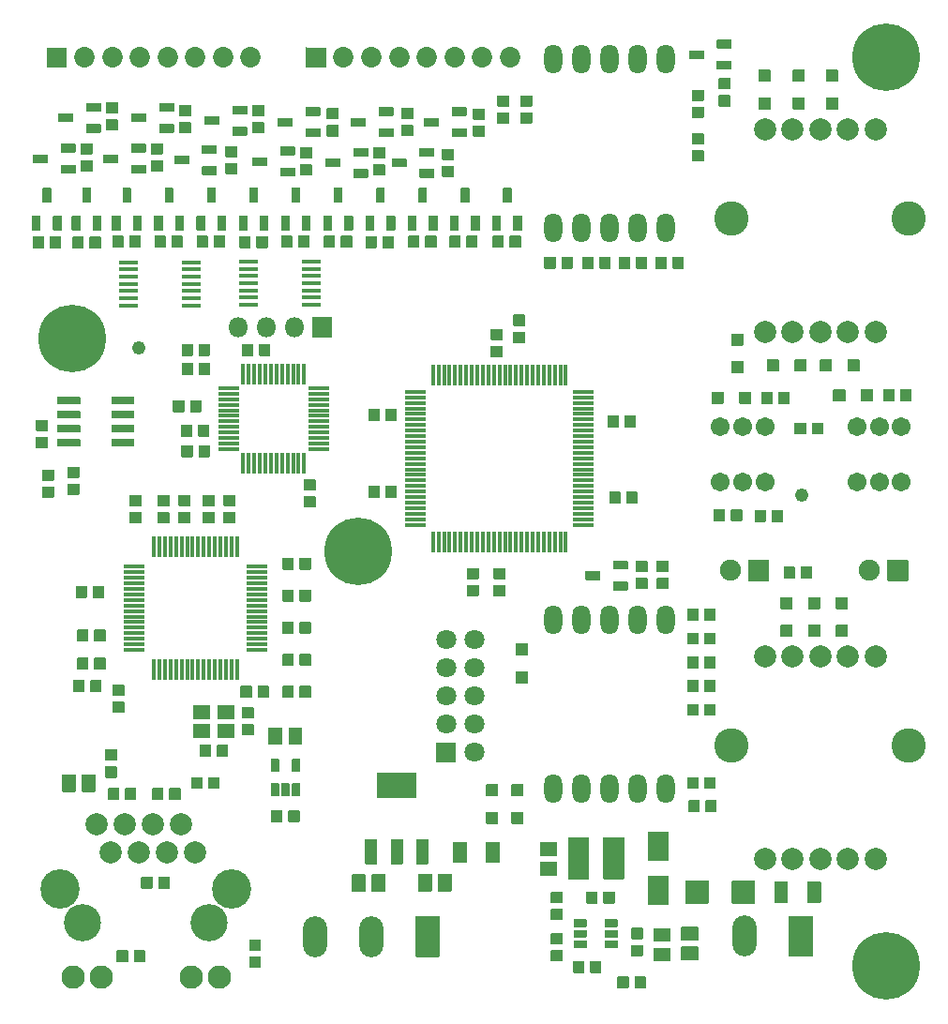
<source format=gts>
G04 Layer: BottomSilkscreenLayer*
G04 EasyEDA Pro v2.1.32.5533625a, 2023-09-11 21:51:51*
G04 Gerber Generator version 0.3*
G04 Scale: 100 percent, Rotated: No, Reflected: No *
G04 Dimensions in millimeters  *
G04 leading zeros omitted , absolute positions ,3 integer and 6 decimal *
G04 #@! TF.GenerationSoftware,KiCad,Pcbnew,(5.1.10)-1*
G04 #@! TF.CreationDate,2023-09-11T22:03:16+08:00*
G04 #@! TF.ProjectId,AntennaSwitch_6x2,416e7465-6e6e-4615-9377-697463685f36,rev?*
G04 #@! TF.SameCoordinates,Original*
G04 #@! TF.FileFunction,Soldermask,Top*
G04 #@! TF.FilePolarity,Negative*
%FSLAX46Y46*%
G04 Gerber Fmt 4.6, Leading zero omitted, Abs format (unit mm)*
G04 Created by KiCad (PCBNEW (5.1.10)-1) date 2023-09-11 22:03:16*
%MOMM*%
%LPD*%
G01*
G04 APERTURE LIST*
%ADD10C,3.102000*%
%ADD11C,2.002000*%
%ADD12C,1.702000*%
%ADD13O,1.802000X0.422000*%
%ADD14C,1.245000*%
%ADD15O,1.902000X0.382000*%
%ADD16O,0.382000X1.902000*%
%ADD17O,1.626000X2.626000*%
%ADD18C,0.902000*%
%ADD19C,6.102000*%
%ADD20C,1.802000*%
%ADD21O,2.182000X3.702000*%
%ADD22O,1.802000X1.802000*%
%ADD23C,2.102000*%
%ADD24C,3.552000*%
%ADD25C,3.352000*%
%ADD26C,1.852000*%
%ADD27C,1.902000*%
G04 APERTURE END LIST*
G36*
G01*
X69125001Y-123481000D02*
X68474999Y-123481000D01*
G75*
G02*
X68424000Y-123430001I0J50999D01*
G01*
X68424000Y-122369999D01*
G75*
G02*
X68474999Y-122319000I50999J0D01*
G01*
X69125001Y-122319000D01*
G75*
G02*
X69176000Y-122369999I0J-50999D01*
G01*
X69176000Y-123430001D01*
G75*
G02*
X69125001Y-123481000I-50999J0D01*
G01*
G37*
G36*
G01*
X71025001Y-123481000D02*
X70374999Y-123481000D01*
G75*
G02*
X70324000Y-123430001I0J50999D01*
G01*
X70324000Y-122369999D01*
G75*
G02*
X70374999Y-122319000I50999J0D01*
G01*
X71025001Y-122319000D01*
G75*
G02*
X71076000Y-122369999I0J-50999D01*
G01*
X71076000Y-123430001D01*
G75*
G02*
X71025001Y-123481000I-50999J0D01*
G01*
G37*
G36*
G01*
X71025001Y-125681000D02*
X70374999Y-125681000D01*
G75*
G02*
X70324000Y-125630001I0J50999D01*
G01*
X70324000Y-124569999D01*
G75*
G02*
X70374999Y-124519000I50999J0D01*
G01*
X71025001Y-124519000D01*
G75*
G02*
X71076000Y-124569999I0J-50999D01*
G01*
X71076000Y-125630001D01*
G75*
G02*
X71025001Y-125681000I-50999J0D01*
G01*
G37*
G36*
G01*
X70075001Y-125681000D02*
X69424999Y-125681000D01*
G75*
G02*
X69374000Y-125630001I0J50999D01*
G01*
X69374000Y-124569999D01*
G75*
G02*
X69424999Y-124519000I50999J0D01*
G01*
X70075001Y-124519000D01*
G75*
G02*
X70126000Y-124569999I0J-50999D01*
G01*
X70126000Y-125630001D01*
G75*
G02*
X70075001Y-125681000I-50999J0D01*
G01*
G37*
G36*
G01*
X69125001Y-125681000D02*
X68474999Y-125681000D01*
G75*
G02*
X68424000Y-125630001I0J50999D01*
G01*
X68424000Y-124569999D01*
G75*
G02*
X68474999Y-124519000I50999J0D01*
G01*
X69125001Y-124519000D01*
G75*
G02*
X69176000Y-124569999I0J-50999D01*
G01*
X69176000Y-125630001D01*
G75*
G02*
X69125001Y-125681000I-50999J0D01*
G01*
G37*
G36*
G01*
X100746000Y-142010000D02*
X100746000Y-142990000D01*
G75*
G02*
X100695000Y-143041000I-51000J0D01*
G01*
X99765000Y-143041000D01*
G75*
G02*
X99714000Y-142990000I0J51000D01*
G01*
X99714000Y-142010000D01*
G75*
G02*
X99765000Y-141959000I51000J0D01*
G01*
X100695000Y-141959000D01*
G75*
G02*
X100746000Y-142010000I0J-51000D01*
G01*
G37*
G36*
G01*
X102286000Y-142010000D02*
X102286000Y-142990000D01*
G75*
G02*
X102235000Y-143041000I-51000J0D01*
G01*
X101305000Y-143041000D01*
G75*
G02*
X101254000Y-142990000I0J51000D01*
G01*
X101254000Y-142010000D01*
G75*
G02*
X101305000Y-141959000I51000J0D01*
G01*
X102235000Y-141959000D01*
G75*
G02*
X102286000Y-142010000I0J-51000D01*
G01*
G37*
G36*
G01*
X105515000Y-139259000D02*
X106985000Y-139259000D01*
G75*
G02*
X107036000Y-139310000I0J-51000D01*
G01*
X107036000Y-140470000D01*
G75*
G02*
X106985000Y-140521000I-51000J0D01*
G01*
X105515000Y-140521000D01*
G75*
G02*
X105464000Y-140470000I0J51000D01*
G01*
X105464000Y-139310000D01*
G75*
G02*
X105515000Y-139259000I51000J0D01*
G01*
G37*
G36*
G01*
X105515000Y-137479000D02*
X106985000Y-137479000D01*
G75*
G02*
X107036000Y-137530000I0J-51000D01*
G01*
X107036000Y-138690000D01*
G75*
G02*
X106985000Y-138741000I-51000J0D01*
G01*
X105515000Y-138741000D01*
G75*
G02*
X105464000Y-138690000I0J51000D01*
G01*
X105464000Y-137530000D01*
G75*
G02*
X105515000Y-137479000I51000J0D01*
G01*
G37*
D10*
X110024000Y-121129000D03*
X126024000Y-121129000D03*
D11*
X123024000Y-113079000D03*
X120524000Y-113079000D03*
X118024000Y-113079000D03*
X115524000Y-113079000D03*
X113024000Y-113079000D03*
X113024000Y-131379000D03*
X115524000Y-131379000D03*
X118024000Y-131379000D03*
X120524000Y-131379000D03*
X123024000Y-131379000D03*
D10*
X110024001Y-73504000D03*
X126024001Y-73504000D03*
D11*
X123024001Y-65454000D03*
X120524001Y-65454000D03*
X118024001Y-65454000D03*
X115524001Y-65454000D03*
X113024001Y-65454000D03*
X113024001Y-83754000D03*
X115524001Y-83754000D03*
X118024001Y-83754000D03*
X120524001Y-83754000D03*
X123024001Y-83754000D03*
D12*
X113039000Y-97297000D03*
X111039000Y-97297000D03*
X109039000Y-97297000D03*
X113039000Y-92297000D03*
X111039000Y-92297000D03*
X109039000Y-92297000D03*
X125358000Y-97297000D03*
X123358000Y-97297000D03*
X121358000Y-97297000D03*
X125358000Y-92297000D03*
X123358000Y-92297000D03*
X121358000Y-92297000D03*
G36*
G01*
X102500000Y-132899000D02*
X104300000Y-132899000D01*
G75*
G02*
X104351000Y-132950000I0J-51000D01*
G01*
X104351000Y-135450000D01*
G75*
G02*
X104300000Y-135501000I-51000J0D01*
G01*
X102500000Y-135501000D01*
G75*
G02*
X102449000Y-135450000I0J51000D01*
G01*
X102449000Y-132950000D01*
G75*
G02*
X102500000Y-132899000I51000J0D01*
G01*
G37*
G36*
G01*
X102500000Y-128899000D02*
X104300000Y-128899000D01*
G75*
G02*
X104351000Y-128950000I0J-51000D01*
G01*
X104351000Y-131450000D01*
G75*
G02*
X104300000Y-131501000I-51000J0D01*
G01*
X102500000Y-131501000D01*
G75*
G02*
X102449000Y-131450000I0J51000D01*
G01*
X102449000Y-128950000D01*
G75*
G02*
X102500000Y-128899000I51000J0D01*
G01*
G37*
G36*
G01*
X119600000Y-61201000D02*
X118600000Y-61201000D01*
G75*
G02*
X118549000Y-61150000I0J51000D01*
G01*
X118549000Y-60150000D01*
G75*
G02*
X118600000Y-60099000I51000J0D01*
G01*
X119600000Y-60099000D01*
G75*
G02*
X119651000Y-60150000I0J-51000D01*
G01*
X119651000Y-61150000D01*
G75*
G02*
X119600000Y-61201000I-51000J0D01*
G01*
G37*
G36*
G01*
X119600000Y-63701000D02*
X118600000Y-63701000D01*
G75*
G02*
X118549000Y-63650000I0J51000D01*
G01*
X118549000Y-62650000D01*
G75*
G02*
X118600000Y-62599000I51000J0D01*
G01*
X119600000Y-62599000D01*
G75*
G02*
X119651000Y-62650000I0J-51000D01*
G01*
X119651000Y-63650000D01*
G75*
G02*
X119600000Y-63701000I-51000J0D01*
G01*
G37*
G36*
G01*
X116600000Y-61201000D02*
X115600000Y-61201000D01*
G75*
G02*
X115549000Y-61150000I0J51000D01*
G01*
X115549000Y-60150000D01*
G75*
G02*
X115600000Y-60099000I51000J0D01*
G01*
X116600000Y-60099000D01*
G75*
G02*
X116651000Y-60150000I0J-51000D01*
G01*
X116651000Y-61150000D01*
G75*
G02*
X116600000Y-61201000I-51000J0D01*
G01*
G37*
G36*
G01*
X116600000Y-63701000D02*
X115600000Y-63701000D01*
G75*
G02*
X115549000Y-63650000I0J51000D01*
G01*
X115549000Y-62650000D01*
G75*
G02*
X115600000Y-62599000I51000J0D01*
G01*
X116600000Y-62599000D01*
G75*
G02*
X116651000Y-62650000I0J-51000D01*
G01*
X116651000Y-63650000D01*
G75*
G02*
X116600000Y-63701000I-51000J0D01*
G01*
G37*
G36*
G01*
X113500000Y-61201000D02*
X112500000Y-61201000D01*
G75*
G02*
X112449000Y-61150000I0J51000D01*
G01*
X112449000Y-60150000D01*
G75*
G02*
X112500000Y-60099000I51000J0D01*
G01*
X113500000Y-60099000D01*
G75*
G02*
X113551000Y-60150000I0J-51000D01*
G01*
X113551000Y-61150000D01*
G75*
G02*
X113500000Y-61201000I-51000J0D01*
G01*
G37*
G36*
G01*
X113500000Y-63701000D02*
X112500000Y-63701000D01*
G75*
G02*
X112449000Y-63650000I0J51000D01*
G01*
X112449000Y-62650000D01*
G75*
G02*
X112500000Y-62599000I51000J0D01*
G01*
X113500000Y-62599000D01*
G75*
G02*
X113551000Y-62650000I0J-51000D01*
G01*
X113551000Y-63650000D01*
G75*
G02*
X113500000Y-63701000I-51000J0D01*
G01*
G37*
G36*
G01*
X110050000Y-86399000D02*
X111050000Y-86399000D01*
G75*
G02*
X111101000Y-86450000I0J-51000D01*
G01*
X111101000Y-87450000D01*
G75*
G02*
X111050000Y-87501000I-51000J0D01*
G01*
X110050000Y-87501000D01*
G75*
G02*
X109999000Y-87450000I0J51000D01*
G01*
X109999000Y-86450000D01*
G75*
G02*
X110050000Y-86399000I51000J0D01*
G01*
G37*
G36*
G01*
X110050000Y-83899000D02*
X111050000Y-83899000D01*
G75*
G02*
X111101000Y-83950000I0J-51000D01*
G01*
X111101000Y-84950000D01*
G75*
G02*
X111050000Y-85001000I-51000J0D01*
G01*
X110050000Y-85001000D01*
G75*
G02*
X109999000Y-84950000I0J51000D01*
G01*
X109999000Y-83950000D01*
G75*
G02*
X110050000Y-83899000I51000J0D01*
G01*
G37*
G36*
G01*
X114301000Y-86300000D02*
X114301000Y-87300000D01*
G75*
G02*
X114250000Y-87351000I-51000J0D01*
G01*
X113250000Y-87351000D01*
G75*
G02*
X113199000Y-87300000I0J51000D01*
G01*
X113199000Y-86300000D01*
G75*
G02*
X113250000Y-86249000I51000J0D01*
G01*
X114250000Y-86249000D01*
G75*
G02*
X114301000Y-86300000I0J-51000D01*
G01*
G37*
G36*
G01*
X116801000Y-86300000D02*
X116801000Y-87300000D01*
G75*
G02*
X116750000Y-87351000I-51000J0D01*
G01*
X115750000Y-87351000D01*
G75*
G02*
X115699000Y-87300000I0J51000D01*
G01*
X115699000Y-86300000D01*
G75*
G02*
X115750000Y-86249000I51000J0D01*
G01*
X116750000Y-86249000D01*
G75*
G02*
X116801000Y-86300000I0J-51000D01*
G01*
G37*
G36*
G01*
X120499000Y-87300000D02*
X120499000Y-86300000D01*
G75*
G02*
X120550000Y-86249000I51000J0D01*
G01*
X121550000Y-86249000D01*
G75*
G02*
X121601000Y-86300000I0J-51000D01*
G01*
X121601000Y-87300000D01*
G75*
G02*
X121550000Y-87351000I-51000J0D01*
G01*
X120550000Y-87351000D01*
G75*
G02*
X120499000Y-87300000I0J51000D01*
G01*
G37*
G36*
G01*
X117999000Y-87300000D02*
X117999000Y-86300000D01*
G75*
G02*
X118050000Y-86249000I51000J0D01*
G01*
X119050000Y-86249000D01*
G75*
G02*
X119101000Y-86300000I0J-51000D01*
G01*
X119101000Y-87300000D01*
G75*
G02*
X119050000Y-87351000I-51000J0D01*
G01*
X118050000Y-87351000D01*
G75*
G02*
X117999000Y-87300000I0J51000D01*
G01*
G37*
G36*
G01*
X120500000Y-108801000D02*
X119500000Y-108801000D01*
G75*
G02*
X119449000Y-108750000I0J51000D01*
G01*
X119449000Y-107750000D01*
G75*
G02*
X119500000Y-107699000I51000J0D01*
G01*
X120500000Y-107699000D01*
G75*
G02*
X120551000Y-107750000I0J-51000D01*
G01*
X120551000Y-108750000D01*
G75*
G02*
X120500000Y-108801000I-51000J0D01*
G01*
G37*
G36*
G01*
X120500000Y-111301000D02*
X119500000Y-111301000D01*
G75*
G02*
X119449000Y-111250000I0J51000D01*
G01*
X119449000Y-110250000D01*
G75*
G02*
X119500000Y-110199000I51000J0D01*
G01*
X120500000Y-110199000D01*
G75*
G02*
X120551000Y-110250000I0J-51000D01*
G01*
X120551000Y-111250000D01*
G75*
G02*
X120500000Y-111301000I-51000J0D01*
G01*
G37*
G36*
G01*
X118000000Y-108801000D02*
X117000000Y-108801000D01*
G75*
G02*
X116949000Y-108750000I0J51000D01*
G01*
X116949000Y-107750000D01*
G75*
G02*
X117000000Y-107699000I51000J0D01*
G01*
X118000000Y-107699000D01*
G75*
G02*
X118051000Y-107750000I0J-51000D01*
G01*
X118051000Y-108750000D01*
G75*
G02*
X118000000Y-108801000I-51000J0D01*
G01*
G37*
G36*
G01*
X118000000Y-111301000D02*
X117000000Y-111301000D01*
G75*
G02*
X116949000Y-111250000I0J51000D01*
G01*
X116949000Y-110250000D01*
G75*
G02*
X117000000Y-110199000I51000J0D01*
G01*
X118000000Y-110199000D01*
G75*
G02*
X118051000Y-110250000I0J-51000D01*
G01*
X118051000Y-111250000D01*
G75*
G02*
X118000000Y-111301000I-51000J0D01*
G01*
G37*
G36*
G01*
X115500000Y-108801000D02*
X114500000Y-108801000D01*
G75*
G02*
X114449000Y-108750000I0J51000D01*
G01*
X114449000Y-107750000D01*
G75*
G02*
X114500000Y-107699000I51000J0D01*
G01*
X115500000Y-107699000D01*
G75*
G02*
X115551000Y-107750000I0J-51000D01*
G01*
X115551000Y-108750000D01*
G75*
G02*
X115500000Y-108801000I-51000J0D01*
G01*
G37*
G36*
G01*
X115500000Y-111301000D02*
X114500000Y-111301000D01*
G75*
G02*
X114449000Y-111250000I0J51000D01*
G01*
X114449000Y-110250000D01*
G75*
G02*
X114500000Y-110199000I51000J0D01*
G01*
X115500000Y-110199000D01*
G75*
G02*
X115551000Y-110250000I0J-51000D01*
G01*
X115551000Y-111250000D01*
G75*
G02*
X115500000Y-111301000I-51000J0D01*
G01*
G37*
G36*
G01*
X90200000Y-127099000D02*
X91200000Y-127099000D01*
G75*
G02*
X91251000Y-127150000I0J-51000D01*
G01*
X91251000Y-128150000D01*
G75*
G02*
X91200000Y-128201000I-51000J0D01*
G01*
X90200000Y-128201000D01*
G75*
G02*
X90149000Y-128150000I0J51000D01*
G01*
X90149000Y-127150000D01*
G75*
G02*
X90200000Y-127099000I51000J0D01*
G01*
G37*
G36*
G01*
X90200000Y-124599000D02*
X91200000Y-124599000D01*
G75*
G02*
X91251000Y-124650000I0J-51000D01*
G01*
X91251000Y-125650000D01*
G75*
G02*
X91200000Y-125701000I-51000J0D01*
G01*
X90200000Y-125701000D01*
G75*
G02*
X90149000Y-125650000I0J51000D01*
G01*
X90149000Y-124650000D01*
G75*
G02*
X90200000Y-124599000I51000J0D01*
G01*
G37*
G36*
G01*
X87900000Y-127099000D02*
X88900000Y-127099000D01*
G75*
G02*
X88951000Y-127150000I0J-51000D01*
G01*
X88951000Y-128150000D01*
G75*
G02*
X88900000Y-128201000I-51000J0D01*
G01*
X87900000Y-128201000D01*
G75*
G02*
X87849000Y-128150000I0J51000D01*
G01*
X87849000Y-127150000D01*
G75*
G02*
X87900000Y-127099000I51000J0D01*
G01*
G37*
G36*
G01*
X87900000Y-124599000D02*
X88900000Y-124599000D01*
G75*
G02*
X88951000Y-124650000I0J-51000D01*
G01*
X88951000Y-125650000D01*
G75*
G02*
X88900000Y-125701000I-51000J0D01*
G01*
X87900000Y-125701000D01*
G75*
G02*
X87849000Y-125650000I0J51000D01*
G01*
X87849000Y-124650000D01*
G75*
G02*
X87900000Y-124599000I51000J0D01*
G01*
G37*
G36*
G01*
X91600000Y-113001000D02*
X90600000Y-113001000D01*
G75*
G02*
X90549000Y-112950000I0J51000D01*
G01*
X90549000Y-111950000D01*
G75*
G02*
X90600000Y-111899000I51000J0D01*
G01*
X91600000Y-111899000D01*
G75*
G02*
X91651000Y-111950000I0J-51000D01*
G01*
X91651000Y-112950000D01*
G75*
G02*
X91600000Y-113001000I-51000J0D01*
G01*
G37*
G36*
G01*
X91600000Y-115501000D02*
X90600000Y-115501000D01*
G75*
G02*
X90549000Y-115450000I0J51000D01*
G01*
X90549000Y-114450000D01*
G75*
G02*
X90600000Y-114399000I51000J0D01*
G01*
X91600000Y-114399000D01*
G75*
G02*
X91651000Y-114450000I0J-51000D01*
G01*
X91651000Y-115450000D01*
G75*
G02*
X91600000Y-115501000I-51000J0D01*
G01*
G37*
G36*
G01*
X94235000Y-131091000D02*
X92765000Y-131091000D01*
G75*
G02*
X92714000Y-131040000I0J51000D01*
G01*
X92714000Y-129880000D01*
G75*
G02*
X92765000Y-129829000I51000J0D01*
G01*
X94235000Y-129829000D01*
G75*
G02*
X94286000Y-129880000I0J-51000D01*
G01*
X94286000Y-131040000D01*
G75*
G02*
X94235000Y-131091000I-51000J0D01*
G01*
G37*
G36*
G01*
X94235000Y-132871000D02*
X92765000Y-132871000D01*
G75*
G02*
X92714000Y-132820000I0J51000D01*
G01*
X92714000Y-131660000D01*
G75*
G02*
X92765000Y-131609000I51000J0D01*
G01*
X94235000Y-131609000D01*
G75*
G02*
X94286000Y-131660000I0J-51000D01*
G01*
X94286000Y-132820000D01*
G75*
G02*
X94235000Y-132871000I-51000J0D01*
G01*
G37*
G36*
G01*
X116874000Y-135250000D02*
X116874000Y-133450000D01*
G75*
G02*
X116925000Y-133399000I51000J0D01*
G01*
X118055000Y-133399000D01*
G75*
G02*
X118106000Y-133450000I0J-51000D01*
G01*
X118106000Y-135250000D01*
G75*
G02*
X118055000Y-135301000I-51000J0D01*
G01*
X116925000Y-135301000D01*
G75*
G02*
X116874000Y-135250000I0J51000D01*
G01*
G37*
G36*
G01*
X113894000Y-135250000D02*
X113894000Y-133450000D01*
G75*
G02*
X113945000Y-133399000I51000J0D01*
G01*
X115075000Y-133399000D01*
G75*
G02*
X115126000Y-133450000I0J-51000D01*
G01*
X115126000Y-135250000D01*
G75*
G02*
X115075000Y-135301000I-51000J0D01*
G01*
X113945000Y-135301000D01*
G75*
G02*
X113894000Y-135250000I0J51000D01*
G01*
G37*
G36*
G01*
X105900000Y-133299000D02*
X107900000Y-133299000D01*
G75*
G02*
X107951000Y-133350000I0J-51000D01*
G01*
X107951000Y-135350000D01*
G75*
G02*
X107900000Y-135401000I-51000J0D01*
G01*
X105900000Y-135401000D01*
G75*
G02*
X105849000Y-135350000I0J51000D01*
G01*
X105849000Y-133350000D01*
G75*
G02*
X105900000Y-133299000I51000J0D01*
G01*
G37*
G36*
G01*
X110100000Y-133299000D02*
X112100000Y-133299000D01*
G75*
G02*
X112151000Y-133350000I0J-51000D01*
G01*
X112151000Y-135350000D01*
G75*
G02*
X112100000Y-135401000I-51000J0D01*
G01*
X110100000Y-135401000D01*
G75*
G02*
X110049000Y-135350000I0J51000D01*
G01*
X110049000Y-133350000D01*
G75*
G02*
X110100000Y-133299000I51000J0D01*
G01*
G37*
G36*
G01*
X110699000Y-90200000D02*
X110699000Y-89200000D01*
G75*
G02*
X110750000Y-89149000I51000J0D01*
G01*
X111750000Y-89149000D01*
G75*
G02*
X111801000Y-89200000I0J-51000D01*
G01*
X111801000Y-90200000D01*
G75*
G02*
X111750000Y-90251000I-51000J0D01*
G01*
X110750000Y-90251000D01*
G75*
G02*
X110699000Y-90200000I0J51000D01*
G01*
G37*
G36*
G01*
X108199000Y-90200000D02*
X108199000Y-89200000D01*
G75*
G02*
X108250000Y-89149000I51000J0D01*
G01*
X109250000Y-89149000D01*
G75*
G02*
X109301000Y-89200000I0J-51000D01*
G01*
X109301000Y-90200000D01*
G75*
G02*
X109250000Y-90251000I-51000J0D01*
G01*
X108250000Y-90251000D01*
G75*
G02*
X108199000Y-90200000I0J51000D01*
G01*
G37*
G36*
G01*
X120300999Y-89000000D02*
X120300999Y-90000000D01*
G75*
G02*
X120249999Y-90051000I-51000J0D01*
G01*
X119249999Y-90051000D01*
G75*
G02*
X119198999Y-90000000I0J51000D01*
G01*
X119198999Y-89000000D01*
G75*
G02*
X119249999Y-88949000I51000J0D01*
G01*
X120249999Y-88949000D01*
G75*
G02*
X120300999Y-89000000I0J-51000D01*
G01*
G37*
G36*
G01*
X122800999Y-89000000D02*
X122800999Y-90000000D01*
G75*
G02*
X122749999Y-90051000I-51000J0D01*
G01*
X121749999Y-90051000D01*
G75*
G02*
X121698999Y-90000000I0J51000D01*
G01*
X121698999Y-89000000D01*
G75*
G02*
X121749999Y-88949000I51000J0D01*
G01*
X122749999Y-88949000D01*
G75*
G02*
X122800999Y-89000000I0J-51000D01*
G01*
G37*
G36*
G01*
X99700000Y-137501000D02*
X98600000Y-137501000D01*
G75*
G02*
X98549000Y-137450000I0J51000D01*
G01*
X98549000Y-136850000D01*
G75*
G02*
X98600000Y-136799000I51000J0D01*
G01*
X99700000Y-136799000D01*
G75*
G02*
X99751000Y-136850000I0J-51000D01*
G01*
X99751000Y-137450000D01*
G75*
G02*
X99700000Y-137501000I-51000J0D01*
G01*
G37*
G36*
G01*
X99700000Y-138451000D02*
X98600000Y-138451000D01*
G75*
G02*
X98549000Y-138400000I0J51000D01*
G01*
X98549000Y-137800000D01*
G75*
G02*
X98600000Y-137749000I51000J0D01*
G01*
X99700000Y-137749000D01*
G75*
G02*
X99751000Y-137800000I0J-51000D01*
G01*
X99751000Y-138400000D01*
G75*
G02*
X99700000Y-138451000I-51000J0D01*
G01*
G37*
G36*
G01*
X99700000Y-139401000D02*
X98600000Y-139401000D01*
G75*
G02*
X98549000Y-139350000I0J51000D01*
G01*
X98549000Y-138750000D01*
G75*
G02*
X98600000Y-138699000I51000J0D01*
G01*
X99700000Y-138699000D01*
G75*
G02*
X99751000Y-138750000I0J-51000D01*
G01*
X99751000Y-139350000D01*
G75*
G02*
X99700000Y-139401000I-51000J0D01*
G01*
G37*
G36*
G01*
X96900000Y-139401000D02*
X95800000Y-139401000D01*
G75*
G02*
X95749000Y-139350000I0J51000D01*
G01*
X95749000Y-138750000D01*
G75*
G02*
X95800000Y-138699000I51000J0D01*
G01*
X96900000Y-138699000D01*
G75*
G02*
X96951000Y-138750000I0J-51000D01*
G01*
X96951000Y-139350000D01*
G75*
G02*
X96900000Y-139401000I-51000J0D01*
G01*
G37*
G36*
G01*
X96900000Y-138451000D02*
X95800000Y-138451000D01*
G75*
G02*
X95749000Y-138400000I0J51000D01*
G01*
X95749000Y-137800000D01*
G75*
G02*
X95800000Y-137749000I51000J0D01*
G01*
X96900000Y-137749000D01*
G75*
G02*
X96951000Y-137800000I0J-51000D01*
G01*
X96951000Y-138400000D01*
G75*
G02*
X96900000Y-138451000I-51000J0D01*
G01*
G37*
G36*
G01*
X96900000Y-137501000D02*
X95800000Y-137501000D01*
G75*
G02*
X95749000Y-137450000I0J51000D01*
G01*
X95749000Y-136850000D01*
G75*
G02*
X95800000Y-136799000I51000J0D01*
G01*
X96900000Y-136799000D01*
G75*
G02*
X96951000Y-136850000I0J-51000D01*
G01*
X96951000Y-137450000D01*
G75*
G02*
X96900000Y-137501000I-51000J0D01*
G01*
G37*
G36*
G01*
X113746001Y-89260000D02*
X113746001Y-90240000D01*
G75*
G02*
X113695001Y-90291000I-51000J0D01*
G01*
X112765001Y-90291000D01*
G75*
G02*
X112714001Y-90240000I0J51000D01*
G01*
X112714001Y-89260000D01*
G75*
G02*
X112765001Y-89209000I51000J0D01*
G01*
X113695001Y-89209000D01*
G75*
G02*
X113746001Y-89260000I0J-51000D01*
G01*
G37*
G36*
G01*
X115286001Y-89260000D02*
X115286001Y-90240000D01*
G75*
G02*
X115235001Y-90291000I-51000J0D01*
G01*
X114305001Y-90291000D01*
G75*
G02*
X114254001Y-90240000I0J51000D01*
G01*
X114254001Y-89260000D01*
G75*
G02*
X114305001Y-89209000I51000J0D01*
G01*
X115235001Y-89209000D01*
G75*
G02*
X115286001Y-89260000I0J-51000D01*
G01*
G37*
G36*
G01*
X124746000Y-89010000D02*
X124746000Y-89990000D01*
G75*
G02*
X124695000Y-90041000I-51000J0D01*
G01*
X123765000Y-90041000D01*
G75*
G02*
X123714000Y-89990000I0J51000D01*
G01*
X123714000Y-89010000D01*
G75*
G02*
X123765000Y-88959000I51000J0D01*
G01*
X124695000Y-88959000D01*
G75*
G02*
X124746000Y-89010000I0J-51000D01*
G01*
G37*
G36*
G01*
X126286000Y-89010000D02*
X126286000Y-89990000D01*
G75*
G02*
X126235000Y-90041000I-51000J0D01*
G01*
X125305000Y-90041000D01*
G75*
G02*
X125254000Y-89990000I0J51000D01*
G01*
X125254000Y-89010000D01*
G75*
G02*
X125305000Y-88959000I51000J0D01*
G01*
X126235000Y-88959000D01*
G75*
G02*
X126286000Y-89010000I0J-51000D01*
G01*
G37*
D13*
X55535000Y-81380000D03*
X55535000Y-80730000D03*
X55535000Y-80080000D03*
X55535000Y-79430000D03*
X55535000Y-78780000D03*
X55535000Y-78130000D03*
X55535000Y-77480000D03*
X61235000Y-77480000D03*
X61235000Y-78130000D03*
X61235000Y-78780000D03*
X61235000Y-79430000D03*
X61235000Y-80080000D03*
X61235000Y-80730000D03*
X61235000Y-81380000D03*
X66406000Y-81328999D03*
X66406000Y-80678999D03*
X66406000Y-80028999D03*
X66406000Y-79378999D03*
X66406000Y-78728999D03*
X66406000Y-78078999D03*
X66406000Y-77428999D03*
X72106000Y-77428999D03*
X72106000Y-78078999D03*
X72106000Y-78728999D03*
X72106000Y-79378999D03*
X72106000Y-80028999D03*
X72106000Y-80678999D03*
X72106000Y-81328999D03*
G36*
G01*
X47946000Y-75181000D02*
X47946000Y-76161000D01*
G75*
G02*
X47895000Y-76212000I-51000J0D01*
G01*
X46965000Y-76212000D01*
G75*
G02*
X46914000Y-76161000I0J51000D01*
G01*
X46914000Y-75181000D01*
G75*
G02*
X46965000Y-75130000I51000J0D01*
G01*
X47895000Y-75130000D01*
G75*
G02*
X47946000Y-75181000I0J-51000D01*
G01*
G37*
G36*
G01*
X49486000Y-75181000D02*
X49486000Y-76161000D01*
G75*
G02*
X49435000Y-76212000I-51000J0D01*
G01*
X48505000Y-76212000D01*
G75*
G02*
X48454000Y-76161000I0J51000D01*
G01*
X48454000Y-75181000D01*
G75*
G02*
X48505000Y-75130000I51000J0D01*
G01*
X49435000Y-75130000D01*
G75*
G02*
X49486000Y-75181000I0J-51000D01*
G01*
G37*
G36*
G01*
X51546000Y-75210000D02*
X51546000Y-76190000D01*
G75*
G02*
X51495000Y-76241000I-51000J0D01*
G01*
X50565000Y-76241000D01*
G75*
G02*
X50514000Y-76190000I0J51000D01*
G01*
X50514000Y-75210000D01*
G75*
G02*
X50565000Y-75159000I51000J0D01*
G01*
X51495000Y-75159000D01*
G75*
G02*
X51546000Y-75210000I0J-51000D01*
G01*
G37*
G36*
G01*
X53086000Y-75210000D02*
X53086000Y-76190000D01*
G75*
G02*
X53035000Y-76241000I-51000J0D01*
G01*
X52105000Y-76241000D01*
G75*
G02*
X52054000Y-76190000I0J51000D01*
G01*
X52054000Y-75210000D01*
G75*
G02*
X52105000Y-75159000I51000J0D01*
G01*
X53035000Y-75159000D01*
G75*
G02*
X53086000Y-75210000I0J-51000D01*
G01*
G37*
G36*
G01*
X55134000Y-75130000D02*
X55134000Y-76110000D01*
G75*
G02*
X55083000Y-76161000I-51000J0D01*
G01*
X54153000Y-76161000D01*
G75*
G02*
X54102000Y-76110000I0J51000D01*
G01*
X54102000Y-75130000D01*
G75*
G02*
X54153000Y-75079000I51000J0D01*
G01*
X55083000Y-75079000D01*
G75*
G02*
X55134000Y-75130000I0J-51000D01*
G01*
G37*
G36*
G01*
X56674000Y-75130000D02*
X56674000Y-76110000D01*
G75*
G02*
X56623000Y-76161000I-51000J0D01*
G01*
X55693000Y-76161000D01*
G75*
G02*
X55642000Y-76110000I0J51000D01*
G01*
X55642000Y-75130000D01*
G75*
G02*
X55693000Y-75079000I51000J0D01*
G01*
X56623000Y-75079000D01*
G75*
G02*
X56674000Y-75130000I0J-51000D01*
G01*
G37*
G36*
G01*
X58936000Y-75130000D02*
X58936000Y-76110000D01*
G75*
G02*
X58885000Y-76161000I-51000J0D01*
G01*
X57955000Y-76161000D01*
G75*
G02*
X57904000Y-76110000I0J51000D01*
G01*
X57904000Y-75130000D01*
G75*
G02*
X57955000Y-75079000I51000J0D01*
G01*
X58885000Y-75079000D01*
G75*
G02*
X58936000Y-75130000I0J-51000D01*
G01*
G37*
G36*
G01*
X60476000Y-75130000D02*
X60476000Y-76110000D01*
G75*
G02*
X60425000Y-76161000I-51000J0D01*
G01*
X59495000Y-76161000D01*
G75*
G02*
X59444000Y-76110000I0J51000D01*
G01*
X59444000Y-75130000D01*
G75*
G02*
X59495000Y-75079000I51000J0D01*
G01*
X60425000Y-75079000D01*
G75*
G02*
X60476000Y-75130000I0J-51000D01*
G01*
G37*
G36*
G01*
X62754000Y-75130000D02*
X62754000Y-76110000D01*
G75*
G02*
X62703000Y-76161000I-51000J0D01*
G01*
X61773000Y-76161000D01*
G75*
G02*
X61722000Y-76110000I0J51000D01*
G01*
X61722000Y-75130000D01*
G75*
G02*
X61773000Y-75079000I51000J0D01*
G01*
X62703000Y-75079000D01*
G75*
G02*
X62754000Y-75130000I0J-51000D01*
G01*
G37*
G36*
G01*
X64294000Y-75130000D02*
X64294000Y-76110000D01*
G75*
G02*
X64243000Y-76161000I-51000J0D01*
G01*
X63313000Y-76161000D01*
G75*
G02*
X63262000Y-76110000I0J51000D01*
G01*
X63262000Y-75130000D01*
G75*
G02*
X63313000Y-75079000I51000J0D01*
G01*
X64243000Y-75079000D01*
G75*
G02*
X64294000Y-75130000I0J-51000D01*
G01*
G37*
G36*
G01*
X66614000Y-75180999D02*
X66614000Y-76160999D01*
G75*
G02*
X66563000Y-76211999I-51000J0D01*
G01*
X65633000Y-76211999D01*
G75*
G02*
X65582000Y-76160999I0J51000D01*
G01*
X65582000Y-75180999D01*
G75*
G02*
X65633000Y-75129999I51000J0D01*
G01*
X66563000Y-75129999D01*
G75*
G02*
X66614000Y-75180999I0J-51000D01*
G01*
G37*
G36*
G01*
X68154000Y-75180999D02*
X68154000Y-76160999D01*
G75*
G02*
X68103000Y-76211999I-51000J0D01*
G01*
X67173000Y-76211999D01*
G75*
G02*
X67122000Y-76160999I0J51000D01*
G01*
X67122000Y-75180999D01*
G75*
G02*
X67173000Y-75129999I51000J0D01*
G01*
X68103000Y-75129999D01*
G75*
G02*
X68154000Y-75180999I0J-51000D01*
G01*
G37*
G36*
G01*
X70374000Y-75129999D02*
X70374000Y-76109999D01*
G75*
G02*
X70323000Y-76160999I-51000J0D01*
G01*
X69393000Y-76160999D01*
G75*
G02*
X69342000Y-76109999I0J51000D01*
G01*
X69342000Y-75129999D01*
G75*
G02*
X69393000Y-75078999I51000J0D01*
G01*
X70323000Y-75078999D01*
G75*
G02*
X70374000Y-75129999I0J-51000D01*
G01*
G37*
G36*
G01*
X71914000Y-75129999D02*
X71914000Y-76109999D01*
G75*
G02*
X71863000Y-76160999I-51000J0D01*
G01*
X70933000Y-76160999D01*
G75*
G02*
X70882000Y-76109999I0J51000D01*
G01*
X70882000Y-75129999D01*
G75*
G02*
X70933000Y-75078999I51000J0D01*
G01*
X71863000Y-75078999D01*
G75*
G02*
X71914000Y-75129999I0J-51000D01*
G01*
G37*
G36*
G01*
X74234000Y-75130000D02*
X74234000Y-76110000D01*
G75*
G02*
X74183000Y-76161000I-51000J0D01*
G01*
X73253000Y-76161000D01*
G75*
G02*
X73202000Y-76110000I0J51000D01*
G01*
X73202000Y-75130000D01*
G75*
G02*
X73253000Y-75079000I51000J0D01*
G01*
X74183000Y-75079000D01*
G75*
G02*
X74234000Y-75130000I0J-51000D01*
G01*
G37*
G36*
G01*
X75774000Y-75130000D02*
X75774000Y-76110000D01*
G75*
G02*
X75723000Y-76161000I-51000J0D01*
G01*
X74793000Y-76161000D01*
G75*
G02*
X74742000Y-76110000I0J51000D01*
G01*
X74742000Y-75130000D01*
G75*
G02*
X74793000Y-75079000I51000J0D01*
G01*
X75723000Y-75079000D01*
G75*
G02*
X75774000Y-75130000I0J-51000D01*
G01*
G37*
G36*
G01*
X77994000Y-75181000D02*
X77994000Y-76161000D01*
G75*
G02*
X77943000Y-76212000I-51000J0D01*
G01*
X77013000Y-76212000D01*
G75*
G02*
X76962000Y-76161000I0J51000D01*
G01*
X76962000Y-75181000D01*
G75*
G02*
X77013000Y-75130000I51000J0D01*
G01*
X77943000Y-75130000D01*
G75*
G02*
X77994000Y-75181000I0J-51000D01*
G01*
G37*
G36*
G01*
X79534000Y-75181000D02*
X79534000Y-76161000D01*
G75*
G02*
X79483000Y-76212000I-51000J0D01*
G01*
X78553000Y-76212000D01*
G75*
G02*
X78502000Y-76161000I0J51000D01*
G01*
X78502000Y-75181000D01*
G75*
G02*
X78553000Y-75130000I51000J0D01*
G01*
X79483000Y-75130000D01*
G75*
G02*
X79534000Y-75181000I0J-51000D01*
G01*
G37*
G36*
G01*
X81854400Y-75130000D02*
X81854400Y-76110000D01*
G75*
G02*
X81803400Y-76161000I-51000J0D01*
G01*
X80873400Y-76161000D01*
G75*
G02*
X80822400Y-76110000I0J51000D01*
G01*
X80822400Y-75130000D01*
G75*
G02*
X80873400Y-75079000I51000J0D01*
G01*
X81803400Y-75079000D01*
G75*
G02*
X81854400Y-75130000I0J-51000D01*
G01*
G37*
G36*
G01*
X83394400Y-75130000D02*
X83394400Y-76110000D01*
G75*
G02*
X83343400Y-76161000I-51000J0D01*
G01*
X82413400Y-76161000D01*
G75*
G02*
X82362400Y-76110000I0J51000D01*
G01*
X82362400Y-75130000D01*
G75*
G02*
X82413400Y-75079000I51000J0D01*
G01*
X83343400Y-75079000D01*
G75*
G02*
X83394400Y-75130000I0J-51000D01*
G01*
G37*
G36*
G01*
X85570800Y-75130000D02*
X85570800Y-76110000D01*
G75*
G02*
X85519800Y-76161000I-51000J0D01*
G01*
X84589800Y-76161000D01*
G75*
G02*
X84538800Y-76110000I0J51000D01*
G01*
X84538800Y-75130000D01*
G75*
G02*
X84589800Y-75079000I51000J0D01*
G01*
X85519800Y-75079000D01*
G75*
G02*
X85570800Y-75130000I0J-51000D01*
G01*
G37*
G36*
G01*
X87110800Y-75130000D02*
X87110800Y-76110000D01*
G75*
G02*
X87059800Y-76161000I-51000J0D01*
G01*
X86129800Y-76161000D01*
G75*
G02*
X86078800Y-76110000I0J51000D01*
G01*
X86078800Y-75130000D01*
G75*
G02*
X86129800Y-75079000I51000J0D01*
G01*
X87059800Y-75079000D01*
G75*
G02*
X87110800Y-75130000I0J-51000D01*
G01*
G37*
G36*
G01*
X89474400Y-75130000D02*
X89474400Y-76110000D01*
G75*
G02*
X89423400Y-76161000I-51000J0D01*
G01*
X88493400Y-76161000D01*
G75*
G02*
X88442400Y-76110000I0J51000D01*
G01*
X88442400Y-75130000D01*
G75*
G02*
X88493400Y-75079000I51000J0D01*
G01*
X89423400Y-75079000D01*
G75*
G02*
X89474400Y-75130000I0J-51000D01*
G01*
G37*
G36*
G01*
X91014400Y-75130000D02*
X91014400Y-76110000D01*
G75*
G02*
X90963400Y-76161000I-51000J0D01*
G01*
X90033400Y-76161000D01*
G75*
G02*
X89982400Y-76110000I0J51000D01*
G01*
X89982400Y-75130000D01*
G75*
G02*
X90033400Y-75079000I51000J0D01*
G01*
X90963400Y-75079000D01*
G75*
G02*
X91014400Y-75130000I0J-51000D01*
G01*
G37*
G36*
G01*
X87859200Y-131638000D02*
X87859200Y-129838000D01*
G75*
G02*
X87910200Y-129787000I51000J0D01*
G01*
X89040200Y-129787000D01*
G75*
G02*
X89091200Y-129838000I0J-51000D01*
G01*
X89091200Y-131638000D01*
G75*
G02*
X89040200Y-131689000I-51000J0D01*
G01*
X87910200Y-131689000D01*
G75*
G02*
X87859200Y-131638000I0J51000D01*
G01*
G37*
G36*
G01*
X84879200Y-131638000D02*
X84879200Y-129838000D01*
G75*
G02*
X84930200Y-129787000I51000J0D01*
G01*
X86060200Y-129787000D01*
G75*
G02*
X86111200Y-129838000I0J-51000D01*
G01*
X86111200Y-131638000D01*
G75*
G02*
X86060200Y-131689000I-51000J0D01*
G01*
X84930200Y-131689000D01*
G75*
G02*
X84879200Y-131638000I0J51000D01*
G01*
G37*
G36*
G01*
X113134500Y-99894999D02*
X113134500Y-100874999D01*
G75*
G02*
X113083500Y-100925999I-51000J0D01*
G01*
X112153500Y-100925999D01*
G75*
G02*
X112102500Y-100874999I0J51000D01*
G01*
X112102500Y-99894999D01*
G75*
G02*
X112153500Y-99843999I51000J0D01*
G01*
X113083500Y-99843999D01*
G75*
G02*
X113134500Y-99894999I0J-51000D01*
G01*
G37*
G36*
G01*
X114674500Y-99894999D02*
X114674500Y-100874999D01*
G75*
G02*
X114623500Y-100925999I-51000J0D01*
G01*
X113693500Y-100925999D01*
G75*
G02*
X113642500Y-100874999I0J51000D01*
G01*
X113642500Y-99894999D01*
G75*
G02*
X113693500Y-99843999I51000J0D01*
G01*
X114623500Y-99843999D01*
G75*
G02*
X114674500Y-99894999I0J-51000D01*
G01*
G37*
D14*
X116347600Y-98530800D03*
G36*
G01*
X109451500Y-99831500D02*
X109451500Y-100811500D01*
G75*
G02*
X109400500Y-100862500I-51000J0D01*
G01*
X108470500Y-100862500D01*
G75*
G02*
X108419500Y-100811500I0J51000D01*
G01*
X108419500Y-99831500D01*
G75*
G02*
X108470500Y-99780500I51000J0D01*
G01*
X109400500Y-99780500D01*
G75*
G02*
X109451500Y-99831500I0J-51000D01*
G01*
G37*
G36*
G01*
X110991500Y-99831500D02*
X110991500Y-100811500D01*
G75*
G02*
X110940500Y-100862500I-51000J0D01*
G01*
X110010500Y-100862500D01*
G75*
G02*
X109959500Y-100811500I0J51000D01*
G01*
X109959500Y-99831500D01*
G75*
G02*
X110010500Y-99780500I51000J0D01*
G01*
X110940500Y-99780500D01*
G75*
G02*
X110991500Y-99831500I0J-51000D01*
G01*
G37*
X56492000Y-85208000D03*
D15*
X81518000Y-101178000D03*
X81518000Y-100678000D03*
X81518000Y-100178000D03*
X81518000Y-99678000D03*
X81518000Y-99178000D03*
X81518000Y-98678000D03*
X81518000Y-98178000D03*
X81518000Y-97678000D03*
X81518000Y-97178000D03*
X81518000Y-96678000D03*
X81518000Y-96178000D03*
X81518000Y-95678000D03*
X81518000Y-95178000D03*
X81518000Y-94678000D03*
X81518000Y-94178000D03*
X81518000Y-93678000D03*
X81518000Y-93178000D03*
X81518000Y-92678000D03*
X81518000Y-92178000D03*
X81518000Y-91678000D03*
X81518000Y-91178000D03*
X81518000Y-90678000D03*
X81518000Y-90178000D03*
X81518000Y-89678000D03*
X81518000Y-89178000D03*
D16*
X83068000Y-87628000D03*
X83568000Y-87628000D03*
X84068000Y-87628000D03*
X84568000Y-87628000D03*
X85068000Y-87628000D03*
X85568000Y-87628000D03*
X86068000Y-87628000D03*
X86568000Y-87628000D03*
X87068000Y-87628000D03*
X87568000Y-87628000D03*
X88068000Y-87628000D03*
X88568000Y-87628000D03*
X89068000Y-87628000D03*
X89568000Y-87628000D03*
X90068000Y-87628000D03*
X90568000Y-87628000D03*
X91068000Y-87628000D03*
X91568000Y-87628000D03*
X92068000Y-87628000D03*
X92568000Y-87628000D03*
X93068000Y-87628000D03*
X93568000Y-87628000D03*
X94068000Y-87628000D03*
X94568000Y-87628000D03*
X95068000Y-87628000D03*
D15*
X96618000Y-89178000D03*
X96618000Y-89678000D03*
X96618000Y-90178000D03*
X96618000Y-90678000D03*
X96618000Y-91178000D03*
X96618000Y-91678000D03*
X96618000Y-92178000D03*
X96618000Y-92678000D03*
X96618000Y-93178000D03*
X96618000Y-93678000D03*
X96618000Y-94178000D03*
X96618000Y-94678000D03*
X96618000Y-95178000D03*
X96618000Y-95678000D03*
X96618000Y-96178000D03*
X96618000Y-96678000D03*
X96618000Y-97178000D03*
X96618000Y-97678000D03*
X96618000Y-98178000D03*
X96618000Y-98678000D03*
X96618000Y-99178000D03*
X96618000Y-99678000D03*
X96618000Y-100178000D03*
X96618000Y-100678000D03*
X96618000Y-101178000D03*
D16*
X95068000Y-102728000D03*
X94568000Y-102728000D03*
X94068000Y-102728000D03*
X93568000Y-102728000D03*
X93068000Y-102728000D03*
X92568000Y-102728000D03*
X92068000Y-102728000D03*
X91568000Y-102728000D03*
X91068000Y-102728000D03*
X90568000Y-102728000D03*
X90068000Y-102728000D03*
X89568000Y-102728000D03*
X89068000Y-102728000D03*
X88568000Y-102728000D03*
X88068000Y-102728000D03*
X87568000Y-102728000D03*
X87068000Y-102728000D03*
X86568000Y-102728000D03*
X86068000Y-102728000D03*
X85568000Y-102728000D03*
X85068000Y-102728000D03*
X84568000Y-102728000D03*
X84068000Y-102728000D03*
X83568000Y-102728000D03*
X83068000Y-102728000D03*
D17*
X104080000Y-109783001D03*
X101540000Y-109783001D03*
X99000000Y-109783001D03*
X96460000Y-109783001D03*
X93920000Y-109783001D03*
X93920000Y-125023001D03*
X96460000Y-125023001D03*
X99000000Y-125023001D03*
X101540000Y-125023001D03*
X104080000Y-125023001D03*
G36*
G01*
X61390000Y-84909000D02*
X61390000Y-85889000D01*
G75*
G02*
X61339000Y-85940000I-51000J0D01*
G01*
X60409000Y-85940000D01*
G75*
G02*
X60358000Y-85889000I0J51000D01*
G01*
X60358000Y-84909000D01*
G75*
G02*
X60409000Y-84858000I51000J0D01*
G01*
X61339000Y-84858000D01*
G75*
G02*
X61390000Y-84909000I0J-51000D01*
G01*
G37*
G36*
G01*
X62930000Y-84909000D02*
X62930000Y-85889000D01*
G75*
G02*
X62879000Y-85940000I-51000J0D01*
G01*
X61949000Y-85940000D01*
G75*
G02*
X61898000Y-85889000I0J51000D01*
G01*
X61898000Y-84909000D01*
G75*
G02*
X61949000Y-84858000I51000J0D01*
G01*
X62879000Y-84858000D01*
G75*
G02*
X62930000Y-84909000I0J-51000D01*
G01*
G37*
G36*
G01*
X89304000Y-84510000D02*
X88324000Y-84510000D01*
G75*
G02*
X88273000Y-84459000I0J51000D01*
G01*
X88273000Y-83529000D01*
G75*
G02*
X88324000Y-83478000I51000J0D01*
G01*
X89304000Y-83478000D01*
G75*
G02*
X89355000Y-83529000I0J-51000D01*
G01*
X89355000Y-84459000D01*
G75*
G02*
X89304000Y-84510000I-51000J0D01*
G01*
G37*
G36*
G01*
X89304000Y-86050000D02*
X88324000Y-86050000D01*
G75*
G02*
X88273000Y-85999000I0J51000D01*
G01*
X88273000Y-85069000D01*
G75*
G02*
X88324000Y-85018000I51000J0D01*
G01*
X89304000Y-85018000D01*
G75*
G02*
X89355000Y-85069000I0J-51000D01*
G01*
X89355000Y-85999000D01*
G75*
G02*
X89304000Y-86050000I-51000J0D01*
G01*
G37*
G36*
G01*
X82648000Y-129590001D02*
X82648000Y-131790001D01*
G75*
G02*
X82597000Y-131841001I-51000J0D01*
G01*
X81597000Y-131841001D01*
G75*
G02*
X81546000Y-131790001I0J51000D01*
G01*
X81546000Y-129590001D01*
G75*
G02*
X81597000Y-129539001I51000J0D01*
G01*
X82597000Y-129539001D01*
G75*
G02*
X82648000Y-129590001I0J-51000D01*
G01*
G37*
G36*
G01*
X81598000Y-123590001D02*
X81598000Y-125790001D01*
G75*
G02*
X81547000Y-125841001I-51000J0D01*
G01*
X78047000Y-125841001D01*
G75*
G02*
X77996000Y-125790001I0J51000D01*
G01*
X77996000Y-123590001D01*
G75*
G02*
X78047000Y-123539001I51000J0D01*
G01*
X81547000Y-123539001D01*
G75*
G02*
X81598000Y-123590001I0J-51000D01*
G01*
G37*
G36*
G01*
X80348000Y-129590001D02*
X80348000Y-131790001D01*
G75*
G02*
X80297000Y-131841001I-51000J0D01*
G01*
X79297000Y-131841001D01*
G75*
G02*
X79246000Y-131790001I0J51000D01*
G01*
X79246000Y-129590001D01*
G75*
G02*
X79297000Y-129539001I51000J0D01*
G01*
X80297000Y-129539001D01*
G75*
G02*
X80348000Y-129590001I0J-51000D01*
G01*
G37*
G36*
G01*
X78048000Y-129590001D02*
X78048000Y-131790001D01*
G75*
G02*
X77997000Y-131841001I-51000J0D01*
G01*
X76997000Y-131841001D01*
G75*
G02*
X76946000Y-131790001I0J51000D01*
G01*
X76946000Y-129590001D01*
G75*
G02*
X76997000Y-129539001I51000J0D01*
G01*
X77997000Y-129539001D01*
G75*
G02*
X78048000Y-129590001I0J-51000D01*
G01*
G37*
G36*
G01*
X63541000Y-122084001D02*
X63541000Y-121104001D01*
G75*
G02*
X63592000Y-121053001I51000J0D01*
G01*
X64522000Y-121053001D01*
G75*
G02*
X64573000Y-121104001I0J-51000D01*
G01*
X64573000Y-122084001D01*
G75*
G02*
X64522000Y-122135001I-51000J0D01*
G01*
X63592000Y-122135001D01*
G75*
G02*
X63541000Y-122084001I0J51000D01*
G01*
G37*
G36*
G01*
X62001000Y-122084001D02*
X62001000Y-121104001D01*
G75*
G02*
X62052000Y-121053001I51000J0D01*
G01*
X62982000Y-121053001D01*
G75*
G02*
X63033000Y-121104001I0J-51000D01*
G01*
X63033000Y-122084001D01*
G75*
G02*
X62982000Y-122135001I-51000J0D01*
G01*
X62052000Y-122135001D01*
G75*
G02*
X62001000Y-122084001I0J51000D01*
G01*
G37*
G36*
G01*
X101010000Y-139104000D02*
X101990000Y-139104000D01*
G75*
G02*
X102041000Y-139155000I0J-51000D01*
G01*
X102041000Y-140085000D01*
G75*
G02*
X101990000Y-140136000I-51000J0D01*
G01*
X101010000Y-140136000D01*
G75*
G02*
X100959000Y-140085000I0J51000D01*
G01*
X100959000Y-139155000D01*
G75*
G02*
X101010000Y-139104000I51000J0D01*
G01*
G37*
G36*
G01*
X101010000Y-137564000D02*
X101990000Y-137564000D01*
G75*
G02*
X102041000Y-137615000I0J-51000D01*
G01*
X102041000Y-138545000D01*
G75*
G02*
X101990000Y-138596000I-51000J0D01*
G01*
X101010000Y-138596000D01*
G75*
G02*
X100959000Y-138545000I0J51000D01*
G01*
X100959000Y-137615000D01*
G75*
G02*
X101010000Y-137564000I51000J0D01*
G01*
G37*
G36*
G01*
X93760000Y-135854000D02*
X94740000Y-135854000D01*
G75*
G02*
X94791000Y-135905000I0J-51000D01*
G01*
X94791000Y-136835000D01*
G75*
G02*
X94740000Y-136886000I-51000J0D01*
G01*
X93760000Y-136886000D01*
G75*
G02*
X93709000Y-136835000I0J51000D01*
G01*
X93709000Y-135905000D01*
G75*
G02*
X93760000Y-135854000I51000J0D01*
G01*
G37*
G36*
G01*
X93760000Y-134314000D02*
X94740000Y-134314000D01*
G75*
G02*
X94791000Y-134365000I0J-51000D01*
G01*
X94791000Y-135295000D01*
G75*
G02*
X94740000Y-135346000I-51000J0D01*
G01*
X93760000Y-135346000D01*
G75*
G02*
X93709000Y-135295000I0J51000D01*
G01*
X93709000Y-134365000D01*
G75*
G02*
X93760000Y-134314000I51000J0D01*
G01*
G37*
G36*
G01*
X97946000Y-134360000D02*
X97946000Y-135340000D01*
G75*
G02*
X97895000Y-135391000I-51000J0D01*
G01*
X96965000Y-135391000D01*
G75*
G02*
X96914000Y-135340000I0J51000D01*
G01*
X96914000Y-134360000D01*
G75*
G02*
X96965000Y-134309000I51000J0D01*
G01*
X97895000Y-134309000D01*
G75*
G02*
X97946000Y-134360000I0J-51000D01*
G01*
G37*
G36*
G01*
X99486000Y-134360000D02*
X99486000Y-135340000D01*
G75*
G02*
X99435000Y-135391000I-51000J0D01*
G01*
X98505000Y-135391000D01*
G75*
G02*
X98454000Y-135340000I0J51000D01*
G01*
X98454000Y-134360000D01*
G75*
G02*
X98505000Y-134309000I51000J0D01*
G01*
X99435000Y-134309000D01*
G75*
G02*
X99486000Y-134360000I0J-51000D01*
G01*
G37*
G36*
G01*
X72413000Y-98091000D02*
X71433000Y-98091000D01*
G75*
G02*
X71382000Y-98040000I0J51000D01*
G01*
X71382000Y-97110000D01*
G75*
G02*
X71433000Y-97059000I51000J0D01*
G01*
X72413000Y-97059000D01*
G75*
G02*
X72464000Y-97110000I0J-51000D01*
G01*
X72464000Y-98040000D01*
G75*
G02*
X72413000Y-98091000I-51000J0D01*
G01*
G37*
G36*
G01*
X72413000Y-99631000D02*
X71433000Y-99631000D01*
G75*
G02*
X71382000Y-99580000I0J51000D01*
G01*
X71382000Y-98650000D01*
G75*
G02*
X71433000Y-98599000I51000J0D01*
G01*
X72413000Y-98599000D01*
G75*
G02*
X72464000Y-98650000I0J-51000D01*
G01*
X72464000Y-99580000D01*
G75*
G02*
X72413000Y-99631000I-51000J0D01*
G01*
G37*
G36*
G01*
X65845000Y-119180999D02*
X66825000Y-119180999D01*
G75*
G02*
X66876000Y-119231999I0J-51000D01*
G01*
X66876000Y-120161999D01*
G75*
G02*
X66825000Y-120212999I-51000J0D01*
G01*
X65845000Y-120212999D01*
G75*
G02*
X65794000Y-120161999I0J51000D01*
G01*
X65794000Y-119231999D01*
G75*
G02*
X65845000Y-119180999I51000J0D01*
G01*
G37*
G36*
G01*
X65845000Y-117640999D02*
X66825000Y-117640999D01*
G75*
G02*
X66876000Y-117691999I0J-51000D01*
G01*
X66876000Y-118621999D01*
G75*
G02*
X66825000Y-118672999I-51000J0D01*
G01*
X65845000Y-118672999D01*
G75*
G02*
X65794000Y-118621999I0J51000D01*
G01*
X65794000Y-117691999D01*
G75*
G02*
X65845000Y-117640999I51000J0D01*
G01*
G37*
G36*
G01*
X65174000Y-99496000D02*
X64194000Y-99496000D01*
G75*
G02*
X64143000Y-99445000I0J51000D01*
G01*
X64143000Y-98515000D01*
G75*
G02*
X64194000Y-98464000I51000J0D01*
G01*
X65174000Y-98464000D01*
G75*
G02*
X65225000Y-98515000I0J-51000D01*
G01*
X65225000Y-99445000D01*
G75*
G02*
X65174000Y-99496000I-51000J0D01*
G01*
G37*
G36*
G01*
X65174000Y-101036000D02*
X64194000Y-101036000D01*
G75*
G02*
X64143000Y-100985000I0J51000D01*
G01*
X64143000Y-100055000D01*
G75*
G02*
X64194000Y-100004000I51000J0D01*
G01*
X65174000Y-100004000D01*
G75*
G02*
X65225000Y-100055000I0J-51000D01*
G01*
X65225000Y-100985000D01*
G75*
G02*
X65174000Y-101036000I-51000J0D01*
G01*
G37*
G36*
G01*
X60620000Y-89989000D02*
X60620000Y-90969000D01*
G75*
G02*
X60569000Y-91020000I-51000J0D01*
G01*
X59639000Y-91020000D01*
G75*
G02*
X59588000Y-90969000I0J51000D01*
G01*
X59588000Y-89989000D01*
G75*
G02*
X59639000Y-89938000I51000J0D01*
G01*
X60569000Y-89938000D01*
G75*
G02*
X60620000Y-89989000I0J-51000D01*
G01*
G37*
G36*
G01*
X62160000Y-89989000D02*
X62160000Y-90969000D01*
G75*
G02*
X62109000Y-91020000I-51000J0D01*
G01*
X61179000Y-91020000D01*
G75*
G02*
X61128000Y-90969000I0J51000D01*
G01*
X61128000Y-89989000D01*
G75*
G02*
X61179000Y-89938000I51000J0D01*
G01*
X62109000Y-89938000D01*
G75*
G02*
X62160000Y-89989000I0J-51000D01*
G01*
G37*
G36*
G01*
X51967000Y-113230000D02*
X51967000Y-114210000D01*
G75*
G02*
X51916000Y-114261000I-51000J0D01*
G01*
X50986000Y-114261000D01*
G75*
G02*
X50935000Y-114210000I0J51000D01*
G01*
X50935000Y-113230000D01*
G75*
G02*
X50986000Y-113179000I51000J0D01*
G01*
X51916000Y-113179000D01*
G75*
G02*
X51967000Y-113230000I0J-51000D01*
G01*
G37*
G36*
G01*
X53507000Y-113230000D02*
X53507000Y-114210000D01*
G75*
G02*
X53456000Y-114261000I-51000J0D01*
G01*
X52526000Y-114261000D01*
G75*
G02*
X52475000Y-114210000I0J51000D01*
G01*
X52475000Y-113230000D01*
G75*
G02*
X52526000Y-113179000I51000J0D01*
G01*
X53456000Y-113179000D01*
G75*
G02*
X53507000Y-113230000I0J-51000D01*
G01*
G37*
G36*
G01*
X71017000Y-113860800D02*
X71017000Y-112880800D01*
G75*
G02*
X71068000Y-112829800I51000J0D01*
G01*
X71998000Y-112829800D01*
G75*
G02*
X72049000Y-112880800I0J-51000D01*
G01*
X72049000Y-113860800D01*
G75*
G02*
X71998000Y-113911800I-51000J0D01*
G01*
X71068000Y-113911800D01*
G75*
G02*
X71017000Y-113860800I0J51000D01*
G01*
G37*
G36*
G01*
X69477000Y-113860800D02*
X69477000Y-112880800D01*
G75*
G02*
X69528000Y-112829800I51000J0D01*
G01*
X70458000Y-112829800D01*
G75*
G02*
X70509000Y-112880800I0J-51000D01*
G01*
X70509000Y-113860800D01*
G75*
G02*
X70458000Y-113911800I-51000J0D01*
G01*
X69528000Y-113911800D01*
G75*
G02*
X69477000Y-113860800I0J51000D01*
G01*
G37*
G36*
G01*
X71016999Y-108082200D02*
X71016999Y-107102200D01*
G75*
G02*
X71067999Y-107051200I51000J0D01*
G01*
X71997999Y-107051200D01*
G75*
G02*
X72048999Y-107102200I0J-51000D01*
G01*
X72048999Y-108082200D01*
G75*
G02*
X71997999Y-108133200I-51000J0D01*
G01*
X71067999Y-108133200D01*
G75*
G02*
X71016999Y-108082200I0J51000D01*
G01*
G37*
G36*
G01*
X69476999Y-108082200D02*
X69476999Y-107102200D01*
G75*
G02*
X69527999Y-107051200I51000J0D01*
G01*
X70457999Y-107051200D01*
G75*
G02*
X70508999Y-107102200I0J-51000D01*
G01*
X70508999Y-108082200D01*
G75*
G02*
X70457999Y-108133200I-51000J0D01*
G01*
X69527999Y-108133200D01*
G75*
G02*
X69476999Y-108082200I0J51000D01*
G01*
G37*
G36*
G01*
X51840000Y-106753000D02*
X51840000Y-107733000D01*
G75*
G02*
X51789000Y-107784000I-51000J0D01*
G01*
X50859000Y-107784000D01*
G75*
G02*
X50808000Y-107733000I0J51000D01*
G01*
X50808000Y-106753000D01*
G75*
G02*
X50859000Y-106702000I51000J0D01*
G01*
X51789000Y-106702000D01*
G75*
G02*
X51840000Y-106753000I0J-51000D01*
G01*
G37*
G36*
G01*
X53380000Y-106753000D02*
X53380000Y-107733000D01*
G75*
G02*
X53329000Y-107784000I-51000J0D01*
G01*
X52399000Y-107784000D01*
G75*
G02*
X52348000Y-107733000I0J51000D01*
G01*
X52348000Y-106753000D01*
G75*
G02*
X52399000Y-106702000I51000J0D01*
G01*
X53329000Y-106702000D01*
G75*
G02*
X53380000Y-106753000I0J-51000D01*
G01*
G37*
G36*
G01*
X59210000Y-99521999D02*
X58230000Y-99521999D01*
G75*
G02*
X58179000Y-99470999I0J51000D01*
G01*
X58179000Y-98540999D01*
G75*
G02*
X58230000Y-98489999I51000J0D01*
G01*
X59210000Y-98489999D01*
G75*
G02*
X59261000Y-98540999I0J-51000D01*
G01*
X59261000Y-99470999D01*
G75*
G02*
X59210000Y-99521999I-51000J0D01*
G01*
G37*
G36*
G01*
X59210000Y-101061999D02*
X58230000Y-101061999D01*
G75*
G02*
X58179000Y-101010999I0J51000D01*
G01*
X58179000Y-100080999D01*
G75*
G02*
X58230000Y-100029999I51000J0D01*
G01*
X59210000Y-100029999D01*
G75*
G02*
X59261000Y-100080999I0J-51000D01*
G01*
X59261000Y-101010999D01*
G75*
G02*
X59210000Y-101061999I-51000J0D01*
G01*
G37*
G36*
G01*
X67223999Y-116750000D02*
X67223999Y-115770000D01*
G75*
G02*
X67274999Y-115719000I51000J0D01*
G01*
X68204999Y-115719000D01*
G75*
G02*
X68255999Y-115770000I0J-51000D01*
G01*
X68255999Y-116750000D01*
G75*
G02*
X68204999Y-116801000I-51000J0D01*
G01*
X67274999Y-116801000D01*
G75*
G02*
X67223999Y-116750000I0J51000D01*
G01*
G37*
G36*
G01*
X65683999Y-116750000D02*
X65683999Y-115770000D01*
G75*
G02*
X65734999Y-115719000I51000J0D01*
G01*
X66664999Y-115719000D01*
G75*
G02*
X66715999Y-115770000I0J-51000D01*
G01*
X66715999Y-116750000D01*
G75*
G02*
X66664999Y-116801000I-51000J0D01*
G01*
X65734999Y-116801000D01*
G75*
G02*
X65683999Y-116750000I0J51000D01*
G01*
G37*
G36*
G01*
X61342000Y-92199001D02*
X61342000Y-93179001D01*
G75*
G02*
X61291000Y-93230001I-51000J0D01*
G01*
X60361000Y-93230001D01*
G75*
G02*
X60310000Y-93179001I0J51000D01*
G01*
X60310000Y-92199001D01*
G75*
G02*
X60361000Y-92148001I51000J0D01*
G01*
X61291000Y-92148001D01*
G75*
G02*
X61342000Y-92199001I0J-51000D01*
G01*
G37*
G36*
G01*
X62882000Y-92199001D02*
X62882000Y-93179001D01*
G75*
G02*
X62831000Y-93230001I-51000J0D01*
G01*
X61901000Y-93230001D01*
G75*
G02*
X61850000Y-93179001I0J51000D01*
G01*
X61850000Y-92199001D01*
G75*
G02*
X61901000Y-92148001I51000J0D01*
G01*
X62831000Y-92148001D01*
G75*
G02*
X62882000Y-92199001I0J-51000D01*
G01*
G37*
G36*
G01*
X100363000Y-92366000D02*
X100363000Y-91386000D01*
G75*
G02*
X100414000Y-91335000I51000J0D01*
G01*
X101344000Y-91335000D01*
G75*
G02*
X101395000Y-91386000I0J-51000D01*
G01*
X101395000Y-92366000D01*
G75*
G02*
X101344000Y-92417000I-51000J0D01*
G01*
X100414000Y-92417000D01*
G75*
G02*
X100363000Y-92366000I0J51000D01*
G01*
G37*
G36*
G01*
X98823000Y-92366000D02*
X98823000Y-91386000D01*
G75*
G02*
X98874000Y-91335000I51000J0D01*
G01*
X99804000Y-91335000D01*
G75*
G02*
X99855000Y-91386000I0J-51000D01*
G01*
X99855000Y-92366000D01*
G75*
G02*
X99804000Y-92417000I-51000J0D01*
G01*
X98874000Y-92417000D01*
G75*
G02*
X98823000Y-92366000I0J51000D01*
G01*
G37*
G36*
G01*
X61420000Y-86636000D02*
X61420000Y-87616000D01*
G75*
G02*
X61369000Y-87667000I-51000J0D01*
G01*
X60439000Y-87667000D01*
G75*
G02*
X60388000Y-87616000I0J51000D01*
G01*
X60388000Y-86636000D01*
G75*
G02*
X60439000Y-86585000I51000J0D01*
G01*
X61369000Y-86585000D01*
G75*
G02*
X61420000Y-86636000I0J-51000D01*
G01*
G37*
G36*
G01*
X62960000Y-86636000D02*
X62960000Y-87616000D01*
G75*
G02*
X62909000Y-87667000I-51000J0D01*
G01*
X61979000Y-87667000D01*
G75*
G02*
X61928000Y-87616000I0J51000D01*
G01*
X61928000Y-86636000D01*
G75*
G02*
X61979000Y-86585000I51000J0D01*
G01*
X62909000Y-86585000D01*
G75*
G02*
X62960000Y-86636000I0J-51000D01*
G01*
G37*
G36*
G01*
X48240000Y-92726000D02*
X47260000Y-92726000D01*
G75*
G02*
X47209000Y-92675000I0J51000D01*
G01*
X47209000Y-91745000D01*
G75*
G02*
X47260000Y-91694000I51000J0D01*
G01*
X48240000Y-91694000D01*
G75*
G02*
X48291000Y-91745000I0J-51000D01*
G01*
X48291000Y-92675000D01*
G75*
G02*
X48240000Y-92726000I-51000J0D01*
G01*
G37*
G36*
G01*
X48240000Y-94266000D02*
X47260000Y-94266000D01*
G75*
G02*
X47209000Y-94215000I0J51000D01*
G01*
X47209000Y-93285000D01*
G75*
G02*
X47260000Y-93234000I51000J0D01*
G01*
X48240000Y-93234000D01*
G75*
G02*
X48291000Y-93285000I0J-51000D01*
G01*
X48291000Y-94215000D01*
G75*
G02*
X48240000Y-94266000I-51000J0D01*
G01*
G37*
G36*
G01*
X61110000Y-99496000D02*
X60130000Y-99496000D01*
G75*
G02*
X60079000Y-99445000I0J51000D01*
G01*
X60079000Y-98515000D01*
G75*
G02*
X60130000Y-98464000I51000J0D01*
G01*
X61110000Y-98464000D01*
G75*
G02*
X61161000Y-98515000I0J-51000D01*
G01*
X61161000Y-99445000D01*
G75*
G02*
X61110000Y-99496000I-51000J0D01*
G01*
G37*
G36*
G01*
X61110000Y-101036000D02*
X60130000Y-101036000D01*
G75*
G02*
X60079000Y-100985000I0J51000D01*
G01*
X60079000Y-100055000D01*
G75*
G02*
X60130000Y-100004000I51000J0D01*
G01*
X61110000Y-100004000D01*
G75*
G02*
X61161000Y-100055000I0J-51000D01*
G01*
X61161000Y-100985000D01*
G75*
G02*
X61110000Y-101036000I-51000J0D01*
G01*
G37*
G36*
G01*
X51967000Y-110690000D02*
X51967000Y-111670000D01*
G75*
G02*
X51916000Y-111721000I-51000J0D01*
G01*
X50986000Y-111721000D01*
G75*
G02*
X50935000Y-111670000I0J51000D01*
G01*
X50935000Y-110690000D01*
G75*
G02*
X50986000Y-110639000I51000J0D01*
G01*
X51916000Y-110639000D01*
G75*
G02*
X51967000Y-110690000I0J-51000D01*
G01*
G37*
G36*
G01*
X53507000Y-110690000D02*
X53507000Y-111670000D01*
G75*
G02*
X53456000Y-111721000I-51000J0D01*
G01*
X52526000Y-111721000D01*
G75*
G02*
X52475000Y-111670000I0J51000D01*
G01*
X52475000Y-110690000D01*
G75*
G02*
X52526000Y-110639000I51000J0D01*
G01*
X53456000Y-110639000D01*
G75*
G02*
X53507000Y-110690000I0J-51000D01*
G01*
G37*
G36*
G01*
X54161000Y-117149000D02*
X55141000Y-117149000D01*
G75*
G02*
X55192000Y-117200000I0J-51000D01*
G01*
X55192000Y-118130000D01*
G75*
G02*
X55141000Y-118181000I-51000J0D01*
G01*
X54161000Y-118181000D01*
G75*
G02*
X54110000Y-118130000I0J51000D01*
G01*
X54110000Y-117200000D01*
G75*
G02*
X54161000Y-117149000I51000J0D01*
G01*
G37*
G36*
G01*
X54161000Y-115609000D02*
X55141000Y-115609000D01*
G75*
G02*
X55192000Y-115660000I0J-51000D01*
G01*
X55192000Y-116590000D01*
G75*
G02*
X55141000Y-116641000I-51000J0D01*
G01*
X54161000Y-116641000D01*
G75*
G02*
X54110000Y-116590000I0J51000D01*
G01*
X54110000Y-115660000D01*
G75*
G02*
X54161000Y-115609000I51000J0D01*
G01*
G37*
G36*
G01*
X71016999Y-116750000D02*
X71016999Y-115770000D01*
G75*
G02*
X71067999Y-115719000I51000J0D01*
G01*
X71997999Y-115719000D01*
G75*
G02*
X72048999Y-115770000I0J-51000D01*
G01*
X72048999Y-116750000D01*
G75*
G02*
X71997999Y-116801000I-51000J0D01*
G01*
X71067999Y-116801000D01*
G75*
G02*
X71016999Y-116750000I0J51000D01*
G01*
G37*
G36*
G01*
X69476999Y-116750000D02*
X69476999Y-115770000D01*
G75*
G02*
X69527999Y-115719000I51000J0D01*
G01*
X70457999Y-115719000D01*
G75*
G02*
X70508999Y-115770000I0J-51000D01*
G01*
X70508999Y-116750000D01*
G75*
G02*
X70457999Y-116801000I-51000J0D01*
G01*
X69527999Y-116801000D01*
G75*
G02*
X69476999Y-116750000I0J51000D01*
G01*
G37*
G36*
G01*
X71013000Y-110971501D02*
X71013000Y-109991501D01*
G75*
G02*
X71064000Y-109940501I51000J0D01*
G01*
X71994000Y-109940501D01*
G75*
G02*
X72045000Y-109991501I0J-51000D01*
G01*
X72045000Y-110971501D01*
G75*
G02*
X71994000Y-111022501I-51000J0D01*
G01*
X71064000Y-111022501D01*
G75*
G02*
X71013000Y-110971501I0J51000D01*
G01*
G37*
G36*
G01*
X69473000Y-110971501D02*
X69473000Y-109991501D01*
G75*
G02*
X69524000Y-109940501I51000J0D01*
G01*
X70454000Y-109940501D01*
G75*
G02*
X70505000Y-109991501I0J-51000D01*
G01*
X70505000Y-110971501D01*
G75*
G02*
X70454000Y-111022501I-51000J0D01*
G01*
X69524000Y-111022501D01*
G75*
G02*
X69473000Y-110971501I0J51000D01*
G01*
G37*
G36*
G01*
X71012000Y-105193000D02*
X71012000Y-104213000D01*
G75*
G02*
X71063000Y-104162000I51000J0D01*
G01*
X71993000Y-104162000D01*
G75*
G02*
X72044000Y-104213000I0J-51000D01*
G01*
X72044000Y-105193000D01*
G75*
G02*
X71993000Y-105244000I-51000J0D01*
G01*
X71063000Y-105244000D01*
G75*
G02*
X71012000Y-105193000I0J51000D01*
G01*
G37*
G36*
G01*
X69472000Y-105193000D02*
X69472000Y-104213000D01*
G75*
G02*
X69523000Y-104162000I51000J0D01*
G01*
X70453000Y-104162000D01*
G75*
G02*
X70504000Y-104213000I0J-51000D01*
G01*
X70504000Y-105193000D01*
G75*
G02*
X70453000Y-105244000I-51000J0D01*
G01*
X69523000Y-105244000D01*
G75*
G02*
X69472000Y-105193000I0J51000D01*
G01*
G37*
G36*
G01*
X56695000Y-99522000D02*
X55715000Y-99522000D01*
G75*
G02*
X55664000Y-99471000I0J51000D01*
G01*
X55664000Y-98541000D01*
G75*
G02*
X55715000Y-98490000I51000J0D01*
G01*
X56695000Y-98490000D01*
G75*
G02*
X56746000Y-98541000I0J-51000D01*
G01*
X56746000Y-99471000D01*
G75*
G02*
X56695000Y-99522000I-51000J0D01*
G01*
G37*
G36*
G01*
X56695000Y-101062000D02*
X55715000Y-101062000D01*
G75*
G02*
X55664000Y-101011000I0J51000D01*
G01*
X55664000Y-100081000D01*
G75*
G02*
X55715000Y-100030000I51000J0D01*
G01*
X56695000Y-100030000D01*
G75*
G02*
X56746000Y-100081000I0J-51000D01*
G01*
X56746000Y-101011000D01*
G75*
G02*
X56695000Y-101062000I-51000J0D01*
G01*
G37*
G36*
G01*
X62319000Y-100031000D02*
X63299000Y-100031000D01*
G75*
G02*
X63350000Y-100082000I0J-51000D01*
G01*
X63350000Y-101012000D01*
G75*
G02*
X63299000Y-101063000I-51000J0D01*
G01*
X62319000Y-101063000D01*
G75*
G02*
X62268000Y-101012000I0J51000D01*
G01*
X62268000Y-100082000D01*
G75*
G02*
X62319000Y-100031000I51000J0D01*
G01*
G37*
G36*
G01*
X62319000Y-98491000D02*
X63299000Y-98491000D01*
G75*
G02*
X63350000Y-98542000I0J-51000D01*
G01*
X63350000Y-99472000D01*
G75*
G02*
X63299000Y-99523000I-51000J0D01*
G01*
X62319000Y-99523000D01*
G75*
G02*
X62268000Y-99472000I0J51000D01*
G01*
X62268000Y-98542000D01*
G75*
G02*
X62319000Y-98491000I51000J0D01*
G01*
G37*
G36*
G01*
X54489000Y-122491000D02*
X53509000Y-122491000D01*
G75*
G02*
X53458000Y-122440000I0J51000D01*
G01*
X53458000Y-121510000D01*
G75*
G02*
X53509000Y-121459000I51000J0D01*
G01*
X54489000Y-121459000D01*
G75*
G02*
X54540000Y-121510000I0J-51000D01*
G01*
X54540000Y-122440000D01*
G75*
G02*
X54489000Y-122491000I-51000J0D01*
G01*
G37*
G36*
G01*
X54489000Y-124031000D02*
X53509000Y-124031000D01*
G75*
G02*
X53458000Y-123980000I0J51000D01*
G01*
X53458000Y-123050000D01*
G75*
G02*
X53509000Y-122999000I51000J0D01*
G01*
X54489000Y-122999000D01*
G75*
G02*
X54540000Y-123050000I0J-51000D01*
G01*
X54540000Y-123980000D01*
G75*
G02*
X54489000Y-124031000I-51000J0D01*
G01*
G37*
G36*
G01*
X70004000Y-127990000D02*
X70004000Y-127010000D01*
G75*
G02*
X70055000Y-126959000I51000J0D01*
G01*
X70985000Y-126959000D01*
G75*
G02*
X71036000Y-127010000I0J-51000D01*
G01*
X71036000Y-127990000D01*
G75*
G02*
X70985000Y-128041000I-51000J0D01*
G01*
X70055000Y-128041000D01*
G75*
G02*
X70004000Y-127990000I0J51000D01*
G01*
G37*
G36*
G01*
X68464000Y-127990000D02*
X68464000Y-127010000D01*
G75*
G02*
X68515000Y-126959000I51000J0D01*
G01*
X69445000Y-126959000D01*
G75*
G02*
X69496000Y-127010000I0J-51000D01*
G01*
X69496000Y-127990000D01*
G75*
G02*
X69445000Y-128041000I-51000J0D01*
G01*
X68515000Y-128041000D01*
G75*
G02*
X68464000Y-127990000I0J51000D01*
G01*
G37*
G36*
G01*
X100506000Y-99224000D02*
X100506000Y-98244000D01*
G75*
G02*
X100557000Y-98193000I51000J0D01*
G01*
X101487000Y-98193000D01*
G75*
G02*
X101538000Y-98244000I0J-51000D01*
G01*
X101538000Y-99224000D01*
G75*
G02*
X101487000Y-99275000I-51000J0D01*
G01*
X100557000Y-99275000D01*
G75*
G02*
X100506000Y-99224000I0J51000D01*
G01*
G37*
G36*
G01*
X98966000Y-99224000D02*
X98966000Y-98244000D01*
G75*
G02*
X99017000Y-98193000I51000J0D01*
G01*
X99947000Y-98193000D01*
G75*
G02*
X99998000Y-98244000I0J-51000D01*
G01*
X99998000Y-99224000D01*
G75*
G02*
X99947000Y-99275000I-51000J0D01*
G01*
X99017000Y-99275000D01*
G75*
G02*
X98966000Y-99224000I0J51000D01*
G01*
G37*
G36*
G01*
X91335999Y-83232000D02*
X90355999Y-83232000D01*
G75*
G02*
X90304999Y-83181000I0J51000D01*
G01*
X90304999Y-82251000D01*
G75*
G02*
X90355999Y-82200000I51000J0D01*
G01*
X91335999Y-82200000D01*
G75*
G02*
X91386999Y-82251000I0J-51000D01*
G01*
X91386999Y-83181000D01*
G75*
G02*
X91335999Y-83232000I-51000J0D01*
G01*
G37*
G36*
G01*
X91335999Y-84772000D02*
X90355999Y-84772000D01*
G75*
G02*
X90304999Y-84721000I0J51000D01*
G01*
X90304999Y-83791000D01*
G75*
G02*
X90355999Y-83740000I51000J0D01*
G01*
X91335999Y-83740000D01*
G75*
G02*
X91386999Y-83791000I0J-51000D01*
G01*
X91386999Y-84721000D01*
G75*
G02*
X91335999Y-84772000I-51000J0D01*
G01*
G37*
G36*
G01*
X78265000Y-90751000D02*
X78265000Y-91731000D01*
G75*
G02*
X78214000Y-91782000I-51000J0D01*
G01*
X77284000Y-91782000D01*
G75*
G02*
X77233000Y-91731000I0J51000D01*
G01*
X77233000Y-90751000D01*
G75*
G02*
X77284000Y-90700000I51000J0D01*
G01*
X78214000Y-90700000D01*
G75*
G02*
X78265000Y-90751000I0J-51000D01*
G01*
G37*
G36*
G01*
X79805000Y-90751000D02*
X79805000Y-91731000D01*
G75*
G02*
X79754000Y-91782000I-51000J0D01*
G01*
X78824000Y-91782000D01*
G75*
G02*
X78773000Y-91731000I0J51000D01*
G01*
X78773000Y-90751000D01*
G75*
G02*
X78824000Y-90700000I51000J0D01*
G01*
X79754000Y-90700000D01*
G75*
G02*
X79805000Y-90751000I0J-51000D01*
G01*
G37*
G36*
G01*
X78265000Y-97736000D02*
X78265000Y-98716000D01*
G75*
G02*
X78214000Y-98767000I-51000J0D01*
G01*
X77284000Y-98767000D01*
G75*
G02*
X77233000Y-98716000I0J51000D01*
G01*
X77233000Y-97736000D01*
G75*
G02*
X77284000Y-97685000I51000J0D01*
G01*
X78214000Y-97685000D01*
G75*
G02*
X78265000Y-97736000I0J-51000D01*
G01*
G37*
G36*
G01*
X79805000Y-97736000D02*
X79805000Y-98716000D01*
G75*
G02*
X79754000Y-98767000I-51000J0D01*
G01*
X78824000Y-98767000D01*
G75*
G02*
X78773000Y-98716000I0J51000D01*
G01*
X78773000Y-97736000D01*
G75*
G02*
X78824000Y-97685000I51000J0D01*
G01*
X79754000Y-97685000D01*
G75*
G02*
X79805000Y-97736000I0J-51000D01*
G01*
G37*
G36*
G01*
X88578000Y-106608000D02*
X89558000Y-106608000D01*
G75*
G02*
X89609000Y-106659000I0J-51000D01*
G01*
X89609000Y-107589000D01*
G75*
G02*
X89558000Y-107640000I-51000J0D01*
G01*
X88578000Y-107640000D01*
G75*
G02*
X88527000Y-107589000I0J51000D01*
G01*
X88527000Y-106659000D01*
G75*
G02*
X88578000Y-106608000I51000J0D01*
G01*
G37*
G36*
G01*
X88578000Y-105068000D02*
X89558000Y-105068000D01*
G75*
G02*
X89609000Y-105119000I0J-51000D01*
G01*
X89609000Y-106049000D01*
G75*
G02*
X89558000Y-106100000I-51000J0D01*
G01*
X88578000Y-106100000D01*
G75*
G02*
X88527000Y-106049000I0J51000D01*
G01*
X88527000Y-105119000D01*
G75*
G02*
X88578000Y-105068000I51000J0D01*
G01*
G37*
G36*
G01*
X86165000Y-106608000D02*
X87145000Y-106608000D01*
G75*
G02*
X87196000Y-106659000I0J-51000D01*
G01*
X87196000Y-107589000D01*
G75*
G02*
X87145000Y-107640000I-51000J0D01*
G01*
X86165000Y-107640000D01*
G75*
G02*
X86114000Y-107589000I0J51000D01*
G01*
X86114000Y-106659000D01*
G75*
G02*
X86165000Y-106608000I51000J0D01*
G01*
G37*
G36*
G01*
X86165000Y-105068000D02*
X87145000Y-105068000D01*
G75*
G02*
X87196000Y-105119000I0J-51000D01*
G01*
X87196000Y-106049000D01*
G75*
G02*
X87145000Y-106100000I-51000J0D01*
G01*
X86165000Y-106100000D01*
G75*
G02*
X86114000Y-106049000I0J51000D01*
G01*
X86114000Y-105119000D01*
G75*
G02*
X86165000Y-105068000I51000J0D01*
G01*
G37*
G36*
G01*
X76998000Y-132797000D02*
X76998000Y-134267000D01*
G75*
G02*
X76947000Y-134318000I-51000J0D01*
G01*
X75787000Y-134318000D01*
G75*
G02*
X75736000Y-134267000I0J51000D01*
G01*
X75736000Y-132797000D01*
G75*
G02*
X75787000Y-132746000I51000J0D01*
G01*
X76947000Y-132746000D01*
G75*
G02*
X76998000Y-132797000I0J-51000D01*
G01*
G37*
G36*
G01*
X78778000Y-132797000D02*
X78778000Y-134267000D01*
G75*
G02*
X78727000Y-134318000I-51000J0D01*
G01*
X77567000Y-134318000D01*
G75*
G02*
X77516000Y-134267000I0J51000D01*
G01*
X77516000Y-132797000D01*
G75*
G02*
X77567000Y-132746000I51000J0D01*
G01*
X78727000Y-132746000D01*
G75*
G02*
X78778000Y-132797000I0J-51000D01*
G01*
G37*
D18*
X74260190Y-104772900D03*
X74260190Y-102397900D03*
X76317000Y-101210400D03*
X78373810Y-102397900D03*
X78373810Y-104772900D03*
X76317000Y-105960400D03*
D19*
X76317000Y-103585400D03*
D18*
X48403190Y-85570500D03*
X48403190Y-83195500D03*
X50460000Y-82008000D03*
X52516810Y-83195500D03*
X52516810Y-85570500D03*
X50460000Y-86758000D03*
D19*
X50460000Y-84383000D03*
D18*
X121943190Y-60187500D03*
X121943190Y-57812500D03*
X124000000Y-56625000D03*
X126056810Y-57812500D03*
X126056810Y-60187500D03*
X124000000Y-61375000D03*
D19*
X124000000Y-59000000D03*
D18*
X121943190Y-142187500D03*
X121943190Y-139812500D03*
X124000000Y-138625000D03*
X126056810Y-139812500D03*
X126056810Y-142187500D03*
X124000000Y-143375000D03*
D19*
X124000000Y-141000000D03*
G36*
G01*
X56069000Y-91592000D02*
X54069000Y-91592000D01*
G75*
G02*
X54018000Y-91541000I0J51000D01*
G01*
X54018000Y-90941000D01*
G75*
G02*
X54069000Y-90890000I51000J0D01*
G01*
X56069000Y-90890000D01*
G75*
G02*
X56120000Y-90941000I0J-51000D01*
G01*
X56120000Y-91541000D01*
G75*
G02*
X56069000Y-91592000I-51000J0D01*
G01*
G37*
G36*
G01*
X51169000Y-94132000D02*
X49169000Y-94132000D01*
G75*
G02*
X49118000Y-94081000I0J51000D01*
G01*
X49118000Y-93481000D01*
G75*
G02*
X49169000Y-93430000I51000J0D01*
G01*
X51169000Y-93430000D01*
G75*
G02*
X51220000Y-93481000I0J-51000D01*
G01*
X51220000Y-94081000D01*
G75*
G02*
X51169000Y-94132000I-51000J0D01*
G01*
G37*
G36*
G01*
X51169000Y-92862000D02*
X49169000Y-92862000D01*
G75*
G02*
X49118000Y-92811000I0J51000D01*
G01*
X49118000Y-92211000D01*
G75*
G02*
X49169000Y-92160000I51000J0D01*
G01*
X51169000Y-92160000D01*
G75*
G02*
X51220000Y-92211000I0J-51000D01*
G01*
X51220000Y-92811000D01*
G75*
G02*
X51169000Y-92862000I-51000J0D01*
G01*
G37*
G36*
G01*
X51169000Y-91592000D02*
X49169000Y-91592000D01*
G75*
G02*
X49118000Y-91541000I0J51000D01*
G01*
X49118000Y-90941000D01*
G75*
G02*
X49169000Y-90890000I51000J0D01*
G01*
X51169000Y-90890000D01*
G75*
G02*
X51220000Y-90941000I0J-51000D01*
G01*
X51220000Y-91541000D01*
G75*
G02*
X51169000Y-91592000I-51000J0D01*
G01*
G37*
G36*
G01*
X51169000Y-90322000D02*
X49169000Y-90322000D01*
G75*
G02*
X49118000Y-90271000I0J51000D01*
G01*
X49118000Y-89671000D01*
G75*
G02*
X49169000Y-89620000I51000J0D01*
G01*
X51169000Y-89620000D01*
G75*
G02*
X51220000Y-89671000I0J-51000D01*
G01*
X51220000Y-90271000D01*
G75*
G02*
X51169000Y-90322000I-51000J0D01*
G01*
G37*
G36*
G01*
X56069000Y-90322000D02*
X54069000Y-90322000D01*
G75*
G02*
X54018000Y-90271000I0J51000D01*
G01*
X54018000Y-89671000D01*
G75*
G02*
X54069000Y-89620000I51000J0D01*
G01*
X56069000Y-89620000D01*
G75*
G02*
X56120000Y-89671000I0J-51000D01*
G01*
X56120000Y-90271000D01*
G75*
G02*
X56069000Y-90322000I-51000J0D01*
G01*
G37*
G36*
G01*
X56069000Y-92862000D02*
X54069000Y-92862000D01*
G75*
G02*
X54018000Y-92811000I0J51000D01*
G01*
X54018000Y-92211000D01*
G75*
G02*
X54069000Y-92160000I51000J0D01*
G01*
X56069000Y-92160000D01*
G75*
G02*
X56120000Y-92211000I0J-51000D01*
G01*
X56120000Y-92811000D01*
G75*
G02*
X56069000Y-92862000I-51000J0D01*
G01*
G37*
G36*
G01*
X56069000Y-94132000D02*
X54069000Y-94132000D01*
G75*
G02*
X54018000Y-94081000I0J51000D01*
G01*
X54018000Y-93481000D01*
G75*
G02*
X54069000Y-93430000I51000J0D01*
G01*
X56069000Y-93430000D01*
G75*
G02*
X56120000Y-93481000I0J-51000D01*
G01*
X56120000Y-94081000D01*
G75*
G02*
X56069000Y-94132000I-51000J0D01*
G01*
G37*
D16*
X65934000Y-87547000D03*
X66434000Y-87547000D03*
X66934000Y-87547000D03*
X67434000Y-87547000D03*
X67934000Y-87547000D03*
X68434000Y-87547000D03*
X68934000Y-87547000D03*
X69434000Y-87547000D03*
X69934000Y-87547000D03*
X70434000Y-87547000D03*
X70934000Y-87547000D03*
X71434000Y-87547000D03*
D15*
X72734000Y-88847000D03*
X72734000Y-89347000D03*
X72734000Y-89847000D03*
X72734000Y-90347000D03*
X72734000Y-90847000D03*
X72734000Y-91347000D03*
X72734000Y-91847000D03*
X72734000Y-92347000D03*
X72734000Y-92847000D03*
X72734000Y-93347000D03*
X72734000Y-93847000D03*
X72734000Y-94347000D03*
D16*
X71434000Y-95647000D03*
X70934000Y-95647000D03*
X70434000Y-95647000D03*
X69934000Y-95647000D03*
X69434000Y-95647000D03*
X68934000Y-95647000D03*
X68434000Y-95647000D03*
X67934000Y-95647000D03*
X67434000Y-95647000D03*
X66934000Y-95647000D03*
X66434000Y-95647000D03*
X65934000Y-95647000D03*
D15*
X64634000Y-94347000D03*
X64634000Y-93847000D03*
X64634000Y-93347000D03*
X64634000Y-92847000D03*
X64634000Y-92347000D03*
X64634000Y-91847000D03*
X64634000Y-91347000D03*
X64634000Y-90847000D03*
X64634000Y-90347000D03*
X64634000Y-89847000D03*
X64634000Y-89347000D03*
X64634000Y-88847000D03*
X56065000Y-112466800D03*
X56065000Y-111966800D03*
X56065000Y-111466800D03*
X56065000Y-110966800D03*
X56065000Y-110466800D03*
X56065000Y-109966800D03*
X56065000Y-109466800D03*
X56065000Y-108966800D03*
X56065000Y-108466800D03*
X56065000Y-107966800D03*
X56065000Y-107466800D03*
X56065000Y-106966800D03*
X56065000Y-106466800D03*
X56065000Y-105966800D03*
X56065000Y-105466800D03*
X56065000Y-104966800D03*
D16*
X57865000Y-103166800D03*
X58365000Y-103166800D03*
X58865000Y-103166800D03*
X59365000Y-103166800D03*
X59865000Y-103166800D03*
X60365000Y-103166800D03*
X60865000Y-103166800D03*
X61365000Y-103166800D03*
X61865000Y-103166800D03*
X62365000Y-103166800D03*
X62865000Y-103166800D03*
X63365000Y-103166800D03*
X63865000Y-103166800D03*
X64365000Y-103166800D03*
X64865000Y-103166800D03*
X65365000Y-103166800D03*
D15*
X67165000Y-104966800D03*
X67165000Y-105466800D03*
X67165000Y-105966800D03*
X67165000Y-106466800D03*
X67165000Y-106966800D03*
X67165000Y-107466800D03*
X67165000Y-107966800D03*
X67165000Y-108466800D03*
X67165000Y-108966800D03*
X67165000Y-109466800D03*
X67165000Y-109966800D03*
X67165000Y-110466800D03*
X67165000Y-110966800D03*
X67165000Y-111466800D03*
X67165000Y-111966800D03*
X67165000Y-112466800D03*
D16*
X65365000Y-114266800D03*
X64865000Y-114266800D03*
X64365000Y-114266800D03*
X63865000Y-114266800D03*
X63365000Y-114266800D03*
X62865000Y-114266800D03*
X62365000Y-114266800D03*
X61865000Y-114266800D03*
X61365000Y-114266800D03*
X60865000Y-114266800D03*
X60365000Y-114266800D03*
X59865000Y-114266800D03*
X59365000Y-114266800D03*
X58865000Y-114266800D03*
X58365000Y-114266800D03*
X57865000Y-114266800D03*
G36*
G01*
X85092000Y-122622000D02*
X83392000Y-122622000D01*
G75*
G02*
X83341000Y-122571000I0J51000D01*
G01*
X83341000Y-120871000D01*
G75*
G02*
X83392000Y-120820000I51000J0D01*
G01*
X85092000Y-120820000D01*
G75*
G02*
X85143000Y-120871000I0J-51000D01*
G01*
X85143000Y-122571000D01*
G75*
G02*
X85092000Y-122622000I-51000J0D01*
G01*
G37*
D20*
X86782000Y-121721000D03*
X84242000Y-119181000D03*
X86782000Y-119181000D03*
X84242000Y-116641000D03*
X86782000Y-116641000D03*
X84242000Y-114101000D03*
X86782000Y-114101000D03*
X84242000Y-111561000D03*
X86782000Y-111561000D03*
G36*
G01*
X97254000Y-141590000D02*
X97254000Y-140610000D01*
G75*
G02*
X97305000Y-140559000I51000J0D01*
G01*
X98235000Y-140559000D01*
G75*
G02*
X98286000Y-140610000I0J-51000D01*
G01*
X98286000Y-141590000D01*
G75*
G02*
X98235000Y-141641000I-51000J0D01*
G01*
X97305000Y-141641000D01*
G75*
G02*
X97254000Y-141590000I0J51000D01*
G01*
G37*
G36*
G01*
X95714000Y-141590000D02*
X95714000Y-140610000D01*
G75*
G02*
X95765000Y-140559000I51000J0D01*
G01*
X96695000Y-140559000D01*
G75*
G02*
X96746000Y-140610000I0J-51000D01*
G01*
X96746000Y-141590000D01*
G75*
G02*
X96695000Y-141641000I-51000J0D01*
G01*
X95765000Y-141641000D01*
G75*
G02*
X95714000Y-141590000I0J51000D01*
G01*
G37*
G36*
G01*
X115746000Y-105010000D02*
X115746000Y-105990000D01*
G75*
G02*
X115695000Y-106041000I-51000J0D01*
G01*
X114765000Y-106041000D01*
G75*
G02*
X114714000Y-105990000I0J51000D01*
G01*
X114714000Y-105010000D01*
G75*
G02*
X114765000Y-104959000I51000J0D01*
G01*
X115695000Y-104959000D01*
G75*
G02*
X115746000Y-105010000I0J-51000D01*
G01*
G37*
G36*
G01*
X117286000Y-105010000D02*
X117286000Y-105990000D01*
G75*
G02*
X117235000Y-106041000I-51000J0D01*
G01*
X116305000Y-106041000D01*
G75*
G02*
X116254000Y-105990000I0J51000D01*
G01*
X116254000Y-105010000D01*
G75*
G02*
X116305000Y-104959000I51000J0D01*
G01*
X117235000Y-104959000D01*
G75*
G02*
X117286000Y-105010000I0J-51000D01*
G01*
G37*
G36*
G01*
X93760000Y-139584000D02*
X94740000Y-139584000D01*
G75*
G02*
X94791000Y-139635000I0J-51000D01*
G01*
X94791000Y-140565000D01*
G75*
G02*
X94740000Y-140616000I-51000J0D01*
G01*
X93760000Y-140616000D01*
G75*
G02*
X93709000Y-140565000I0J51000D01*
G01*
X93709000Y-139635000D01*
G75*
G02*
X93760000Y-139584000I51000J0D01*
G01*
G37*
G36*
G01*
X93760000Y-138044000D02*
X94740000Y-138044000D01*
G75*
G02*
X94791000Y-138095000I0J-51000D01*
G01*
X94791000Y-139025000D01*
G75*
G02*
X94740000Y-139076000I-51000J0D01*
G01*
X93760000Y-139076000D01*
G75*
G02*
X93709000Y-139025000I0J51000D01*
G01*
X93709000Y-138095000D01*
G75*
G02*
X93760000Y-138044000I51000J0D01*
G01*
G37*
G36*
G01*
X48791000Y-97210000D02*
X47811000Y-97210000D01*
G75*
G02*
X47760000Y-97159000I0J51000D01*
G01*
X47760000Y-96229000D01*
G75*
G02*
X47811000Y-96178000I51000J0D01*
G01*
X48791000Y-96178000D01*
G75*
G02*
X48842000Y-96229000I0J-51000D01*
G01*
X48842000Y-97159000D01*
G75*
G02*
X48791000Y-97210000I-51000J0D01*
G01*
G37*
G36*
G01*
X48791000Y-98750000D02*
X47811000Y-98750000D01*
G75*
G02*
X47760000Y-98699000I0J51000D01*
G01*
X47760000Y-97769000D01*
G75*
G02*
X47811000Y-97718000I51000J0D01*
G01*
X48791000Y-97718000D01*
G75*
G02*
X48842000Y-97769000I0J-51000D01*
G01*
X48842000Y-98699000D01*
G75*
G02*
X48791000Y-98750000I-51000J0D01*
G01*
G37*
G36*
G01*
X52111000Y-116242000D02*
X52111000Y-115262000D01*
G75*
G02*
X52162000Y-115211000I51000J0D01*
G01*
X53092000Y-115211000D01*
G75*
G02*
X53143000Y-115262000I0J-51000D01*
G01*
X53143000Y-116242000D01*
G75*
G02*
X53092000Y-116293000I-51000J0D01*
G01*
X52162000Y-116293000D01*
G75*
G02*
X52111000Y-116242000I0J51000D01*
G01*
G37*
G36*
G01*
X50571000Y-116242000D02*
X50571000Y-115262000D01*
G75*
G02*
X50622000Y-115211000I51000J0D01*
G01*
X51552000Y-115211000D01*
G75*
G02*
X51603000Y-115262000I0J-51000D01*
G01*
X51603000Y-116242000D01*
G75*
G02*
X51552000Y-116293000I-51000J0D01*
G01*
X50622000Y-116293000D01*
G75*
G02*
X50571000Y-116242000I0J51000D01*
G01*
G37*
G36*
G01*
X67351000Y-85889000D02*
X67351000Y-84909000D01*
G75*
G02*
X67402000Y-84858000I51000J0D01*
G01*
X68332000Y-84858000D01*
G75*
G02*
X68383000Y-84909000I0J-51000D01*
G01*
X68383000Y-85889000D01*
G75*
G02*
X68332000Y-85940000I-51000J0D01*
G01*
X67402000Y-85940000D01*
G75*
G02*
X67351000Y-85889000I0J51000D01*
G01*
G37*
G36*
G01*
X65811000Y-85889000D02*
X65811000Y-84909000D01*
G75*
G02*
X65862000Y-84858000I51000J0D01*
G01*
X66792000Y-84858000D01*
G75*
G02*
X66843000Y-84909000I0J-51000D01*
G01*
X66843000Y-85889000D01*
G75*
G02*
X66792000Y-85940000I-51000J0D01*
G01*
X65862000Y-85940000D01*
G75*
G02*
X65811000Y-85889000I0J51000D01*
G01*
G37*
G36*
G01*
X62246000Y-124010000D02*
X62246000Y-124990000D01*
G75*
G02*
X62195000Y-125041000I-51000J0D01*
G01*
X61265000Y-125041000D01*
G75*
G02*
X61214000Y-124990000I0J51000D01*
G01*
X61214000Y-124010000D01*
G75*
G02*
X61265000Y-123959000I51000J0D01*
G01*
X62195000Y-123959000D01*
G75*
G02*
X62246000Y-124010000I0J-51000D01*
G01*
G37*
G36*
G01*
X63786000Y-124010000D02*
X63786000Y-124990000D01*
G75*
G02*
X63735000Y-125041000I-51000J0D01*
G01*
X62805000Y-125041000D01*
G75*
G02*
X62754000Y-124990000I0J51000D01*
G01*
X62754000Y-124010000D01*
G75*
G02*
X62805000Y-123959000I51000J0D01*
G01*
X63735000Y-123959000D01*
G75*
G02*
X63786000Y-124010000I0J-51000D01*
G01*
G37*
G36*
G01*
X58746000Y-125010000D02*
X58746000Y-125990000D01*
G75*
G02*
X58695000Y-126041000I-51000J0D01*
G01*
X57765000Y-126041000D01*
G75*
G02*
X57714000Y-125990000I0J51000D01*
G01*
X57714000Y-125010000D01*
G75*
G02*
X57765000Y-124959000I51000J0D01*
G01*
X58695000Y-124959000D01*
G75*
G02*
X58746000Y-125010000I0J-51000D01*
G01*
G37*
G36*
G01*
X60286000Y-125010000D02*
X60286000Y-125990000D01*
G75*
G02*
X60235000Y-126041000I-51000J0D01*
G01*
X59305000Y-126041000D01*
G75*
G02*
X59254000Y-125990000I0J51000D01*
G01*
X59254000Y-125010000D01*
G75*
G02*
X59305000Y-124959000I51000J0D01*
G01*
X60235000Y-124959000D01*
G75*
G02*
X60286000Y-125010000I0J-51000D01*
G01*
G37*
G36*
G01*
X56048000Y-140633999D02*
X56048000Y-139653999D01*
G75*
G02*
X56099000Y-139602999I51000J0D01*
G01*
X57029000Y-139602999D01*
G75*
G02*
X57080000Y-139653999I0J-51000D01*
G01*
X57080000Y-140633999D01*
G75*
G02*
X57029000Y-140684999I-51000J0D01*
G01*
X56099000Y-140684999D01*
G75*
G02*
X56048000Y-140633999I0J51000D01*
G01*
G37*
G36*
G01*
X54508000Y-140633999D02*
X54508000Y-139653999D01*
G75*
G02*
X54559000Y-139602999I51000J0D01*
G01*
X55489000Y-139602999D01*
G75*
G02*
X55540000Y-139653999I0J-51000D01*
G01*
X55540000Y-140633999D01*
G75*
G02*
X55489000Y-140684999I-51000J0D01*
G01*
X54559000Y-140684999D01*
G75*
G02*
X54508000Y-140633999I0J51000D01*
G01*
G37*
G36*
G01*
X67490000Y-139628000D02*
X66510000Y-139628000D01*
G75*
G02*
X66459000Y-139577000I0J51000D01*
G01*
X66459000Y-138647000D01*
G75*
G02*
X66510000Y-138596000I51000J0D01*
G01*
X67490000Y-138596000D01*
G75*
G02*
X67541000Y-138647000I0J-51000D01*
G01*
X67541000Y-139577000D01*
G75*
G02*
X67490000Y-139628000I-51000J0D01*
G01*
G37*
G36*
G01*
X67490000Y-141168000D02*
X66510000Y-141168000D01*
G75*
G02*
X66459000Y-141117000I0J51000D01*
G01*
X66459000Y-140187000D01*
G75*
G02*
X66510000Y-140136000I51000J0D01*
G01*
X67490000Y-140136000D01*
G75*
G02*
X67541000Y-140187000I0J-51000D01*
G01*
X67541000Y-141117000D01*
G75*
G02*
X67490000Y-141168000I-51000J0D01*
G01*
G37*
G36*
G01*
X57746001Y-133010000D02*
X57746001Y-133990000D01*
G75*
G02*
X57695001Y-134041000I-51000J0D01*
G01*
X56765001Y-134041000D01*
G75*
G02*
X56714001Y-133990000I0J51000D01*
G01*
X56714001Y-133010000D01*
G75*
G02*
X56765001Y-132959000I51000J0D01*
G01*
X57695001Y-132959000D01*
G75*
G02*
X57746001Y-133010000I0J-51000D01*
G01*
G37*
G36*
G01*
X59286001Y-133010000D02*
X59286001Y-133990000D01*
G75*
G02*
X59235001Y-134041000I-51000J0D01*
G01*
X58305001Y-134041000D01*
G75*
G02*
X58254001Y-133990000I0J51000D01*
G01*
X58254001Y-133010000D01*
G75*
G02*
X58305001Y-132959000I51000J0D01*
G01*
X59235001Y-132959000D01*
G75*
G02*
X59286001Y-133010000I0J-51000D01*
G01*
G37*
G36*
G01*
X54746000Y-125010000D02*
X54746000Y-125990000D01*
G75*
G02*
X54695000Y-126041000I-51000J0D01*
G01*
X53765000Y-126041000D01*
G75*
G02*
X53714000Y-125990000I0J51000D01*
G01*
X53714000Y-125010000D01*
G75*
G02*
X53765000Y-124959000I51000J0D01*
G01*
X54695000Y-124959000D01*
G75*
G02*
X54746000Y-125010000I0J-51000D01*
G01*
G37*
G36*
G01*
X56286000Y-125010000D02*
X56286000Y-125990000D01*
G75*
G02*
X56235000Y-126041000I-51000J0D01*
G01*
X55305000Y-126041000D01*
G75*
G02*
X55254000Y-125990000I0J51000D01*
G01*
X55254000Y-125010000D01*
G75*
G02*
X55305000Y-124959000I51000J0D01*
G01*
X56235000Y-124959000D01*
G75*
G02*
X56286000Y-125010000I0J-51000D01*
G01*
G37*
G36*
G01*
X88910000Y-63936000D02*
X89890000Y-63936000D01*
G75*
G02*
X89941000Y-63987000I0J-51000D01*
G01*
X89941000Y-64917000D01*
G75*
G02*
X89890000Y-64968000I-51000J0D01*
G01*
X88910000Y-64968000D01*
G75*
G02*
X88859000Y-64917000I0J51000D01*
G01*
X88859000Y-63987000D01*
G75*
G02*
X88910000Y-63936000I51000J0D01*
G01*
G37*
G36*
G01*
X88910000Y-62396000D02*
X89890000Y-62396000D01*
G75*
G02*
X89941000Y-62447000I0J-51000D01*
G01*
X89941000Y-63377000D01*
G75*
G02*
X89890000Y-63428000I-51000J0D01*
G01*
X88910000Y-63428000D01*
G75*
G02*
X88859000Y-63377000I0J51000D01*
G01*
X88859000Y-62447000D01*
G75*
G02*
X88910000Y-62396000I51000J0D01*
G01*
G37*
G36*
G01*
X104689000Y-78015000D02*
X104689000Y-77035000D01*
G75*
G02*
X104740000Y-76984000I51000J0D01*
G01*
X105670000Y-76984000D01*
G75*
G02*
X105721000Y-77035000I0J-51000D01*
G01*
X105721000Y-78015000D01*
G75*
G02*
X105670000Y-78066000I-51000J0D01*
G01*
X104740000Y-78066000D01*
G75*
G02*
X104689000Y-78015000I0J51000D01*
G01*
G37*
G36*
G01*
X103149000Y-78015000D02*
X103149000Y-77035000D01*
G75*
G02*
X103200000Y-76984000I51000J0D01*
G01*
X104130000Y-76984000D01*
G75*
G02*
X104181000Y-77035000I0J-51000D01*
G01*
X104181000Y-78015000D01*
G75*
G02*
X104130000Y-78066000I-51000J0D01*
G01*
X103200000Y-78066000D01*
G75*
G02*
X103149000Y-78015000I0J51000D01*
G01*
G37*
G36*
G01*
X101386999Y-78015000D02*
X101386999Y-77035000D01*
G75*
G02*
X101437999Y-76984000I51000J0D01*
G01*
X102367999Y-76984000D01*
G75*
G02*
X102418999Y-77035000I0J-51000D01*
G01*
X102418999Y-78015000D01*
G75*
G02*
X102367999Y-78066000I-51000J0D01*
G01*
X101437999Y-78066000D01*
G75*
G02*
X101386999Y-78015000I0J51000D01*
G01*
G37*
G36*
G01*
X99846999Y-78015000D02*
X99846999Y-77035000D01*
G75*
G02*
X99897999Y-76984000I51000J0D01*
G01*
X100827999Y-76984000D01*
G75*
G02*
X100878999Y-77035000I0J-51000D01*
G01*
X100878999Y-78015000D01*
G75*
G02*
X100827999Y-78066000I-51000J0D01*
G01*
X99897999Y-78066000D01*
G75*
G02*
X99846999Y-78015000I0J51000D01*
G01*
G37*
G36*
G01*
X102385000Y-105465000D02*
X101405000Y-105465000D01*
G75*
G02*
X101354000Y-105414000I0J51000D01*
G01*
X101354000Y-104484000D01*
G75*
G02*
X101405000Y-104433000I51000J0D01*
G01*
X102385000Y-104433000D01*
G75*
G02*
X102436000Y-104484000I0J-51000D01*
G01*
X102436000Y-105414000D01*
G75*
G02*
X102385000Y-105465000I-51000J0D01*
G01*
G37*
G36*
G01*
X102385000Y-107005000D02*
X101405000Y-107005000D01*
G75*
G02*
X101354000Y-106954000I0J51000D01*
G01*
X101354000Y-106024000D01*
G75*
G02*
X101405000Y-105973000I51000J0D01*
G01*
X102385000Y-105973000D01*
G75*
G02*
X102436000Y-106024000I0J-51000D01*
G01*
X102436000Y-106954000D01*
G75*
G02*
X102385000Y-107005000I-51000J0D01*
G01*
G37*
G36*
G01*
X107554000Y-114090000D02*
X107554000Y-113110000D01*
G75*
G02*
X107605000Y-113059000I51000J0D01*
G01*
X108535000Y-113059000D01*
G75*
G02*
X108586000Y-113110000I0J-51000D01*
G01*
X108586000Y-114090000D01*
G75*
G02*
X108535000Y-114141000I-51000J0D01*
G01*
X107605000Y-114141000D01*
G75*
G02*
X107554000Y-114090000I0J51000D01*
G01*
G37*
G36*
G01*
X106014000Y-114090000D02*
X106014000Y-113110000D01*
G75*
G02*
X106065000Y-113059000I51000J0D01*
G01*
X106995000Y-113059000D01*
G75*
G02*
X107046000Y-113110000I0J-51000D01*
G01*
X107046000Y-114090000D01*
G75*
G02*
X106995000Y-114141000I-51000J0D01*
G01*
X106065000Y-114141000D01*
G75*
G02*
X106014000Y-114090000I0J51000D01*
G01*
G37*
G36*
G01*
X107584000Y-124990000D02*
X107584000Y-124010000D01*
G75*
G02*
X107635000Y-123959000I51000J0D01*
G01*
X108565000Y-123959000D01*
G75*
G02*
X108616000Y-124010000I0J-51000D01*
G01*
X108616000Y-124990000D01*
G75*
G02*
X108565000Y-125041000I-51000J0D01*
G01*
X107635000Y-125041000D01*
G75*
G02*
X107584000Y-124990000I0J51000D01*
G01*
G37*
G36*
G01*
X106044000Y-124990000D02*
X106044000Y-124010000D01*
G75*
G02*
X106095000Y-123959000I51000J0D01*
G01*
X107025000Y-123959000D01*
G75*
G02*
X107076000Y-124010000I0J-51000D01*
G01*
X107076000Y-124990000D01*
G75*
G02*
X107025000Y-125041000I-51000J0D01*
G01*
X106095000Y-125041000D01*
G75*
G02*
X106044000Y-124990000I0J51000D01*
G01*
G37*
G36*
G01*
X104290001Y-105465000D02*
X103310001Y-105465000D01*
G75*
G02*
X103259001Y-105414000I0J51000D01*
G01*
X103259001Y-104484000D01*
G75*
G02*
X103310001Y-104433000I51000J0D01*
G01*
X104290001Y-104433000D01*
G75*
G02*
X104341001Y-104484000I0J-51000D01*
G01*
X104341001Y-105414000D01*
G75*
G02*
X104290001Y-105465000I-51000J0D01*
G01*
G37*
G36*
G01*
X104290001Y-107005000D02*
X103310001Y-107005000D01*
G75*
G02*
X103259001Y-106954000I0J51000D01*
G01*
X103259001Y-106024000D01*
G75*
G02*
X103310001Y-105973000I51000J0D01*
G01*
X104290001Y-105973000D01*
G75*
G02*
X104341001Y-106024000I0J-51000D01*
G01*
X104341001Y-106954000D01*
G75*
G02*
X104290001Y-107005000I-51000J0D01*
G01*
G37*
G36*
G01*
X107554000Y-116240000D02*
X107554000Y-115260000D01*
G75*
G02*
X107605000Y-115209000I51000J0D01*
G01*
X108535000Y-115209000D01*
G75*
G02*
X108586000Y-115260000I0J-51000D01*
G01*
X108586000Y-116240000D01*
G75*
G02*
X108535000Y-116291000I-51000J0D01*
G01*
X107605000Y-116291000D01*
G75*
G02*
X107554000Y-116240000I0J51000D01*
G01*
G37*
G36*
G01*
X106014000Y-116240000D02*
X106014000Y-115260000D01*
G75*
G02*
X106065000Y-115209000I51000J0D01*
G01*
X106995000Y-115209000D01*
G75*
G02*
X107046000Y-115260000I0J-51000D01*
G01*
X107046000Y-116240000D01*
G75*
G02*
X106995000Y-116291000I-51000J0D01*
G01*
X106065000Y-116291000D01*
G75*
G02*
X106014000Y-116240000I0J51000D01*
G01*
G37*
G36*
G01*
X107554000Y-118390000D02*
X107554000Y-117410000D01*
G75*
G02*
X107605000Y-117359000I51000J0D01*
G01*
X108535000Y-117359000D01*
G75*
G02*
X108586000Y-117410000I0J-51000D01*
G01*
X108586000Y-118390000D01*
G75*
G02*
X108535000Y-118441000I-51000J0D01*
G01*
X107605000Y-118441000D01*
G75*
G02*
X107554000Y-118390000I0J51000D01*
G01*
G37*
G36*
G01*
X106014000Y-118390000D02*
X106014000Y-117410000D01*
G75*
G02*
X106065000Y-117359000I51000J0D01*
G01*
X106995000Y-117359000D01*
G75*
G02*
X107046000Y-117410000I0J-51000D01*
G01*
X107046000Y-118390000D01*
G75*
G02*
X106995000Y-118441000I-51000J0D01*
G01*
X106065000Y-118441000D01*
G75*
G02*
X106014000Y-118390000I0J51000D01*
G01*
G37*
G36*
G01*
X50097000Y-97464000D02*
X51077000Y-97464000D01*
G75*
G02*
X51128000Y-97515000I0J-51000D01*
G01*
X51128000Y-98445000D01*
G75*
G02*
X51077000Y-98496000I-51000J0D01*
G01*
X50097000Y-98496000D01*
G75*
G02*
X50046000Y-98445000I0J51000D01*
G01*
X50046000Y-97515000D01*
G75*
G02*
X50097000Y-97464000I51000J0D01*
G01*
G37*
G36*
G01*
X50097000Y-95924000D02*
X51077000Y-95924000D01*
G75*
G02*
X51128000Y-95975000I0J-51000D01*
G01*
X51128000Y-96905000D01*
G75*
G02*
X51077000Y-96956000I-51000J0D01*
G01*
X50097000Y-96956000D01*
G75*
G02*
X50046000Y-96905000I0J51000D01*
G01*
X50046000Y-95975000D01*
G75*
G02*
X50097000Y-95924000I51000J0D01*
G01*
G37*
G36*
G01*
X61890000Y-95033000D02*
X61890000Y-94053000D01*
G75*
G02*
X61941000Y-94002000I51000J0D01*
G01*
X62871000Y-94002000D01*
G75*
G02*
X62922000Y-94053000I0J-51000D01*
G01*
X62922000Y-95033000D01*
G75*
G02*
X62871000Y-95084000I-51000J0D01*
G01*
X61941000Y-95084000D01*
G75*
G02*
X61890000Y-95033000I0J51000D01*
G01*
G37*
G36*
G01*
X60350000Y-95033000D02*
X60350000Y-94053000D01*
G75*
G02*
X60401000Y-94002000I51000J0D01*
G01*
X61331000Y-94002000D01*
G75*
G02*
X61382000Y-94053000I0J-51000D01*
G01*
X61382000Y-95033000D01*
G75*
G02*
X61331000Y-95084000I-51000J0D01*
G01*
X60401000Y-95084000D01*
G75*
G02*
X60350000Y-95033000I0J51000D01*
G01*
G37*
G36*
G01*
X51303000Y-68254000D02*
X52283000Y-68254000D01*
G75*
G02*
X52334000Y-68305000I0J-51000D01*
G01*
X52334000Y-69235000D01*
G75*
G02*
X52283000Y-69286000I-51000J0D01*
G01*
X51303000Y-69286000D01*
G75*
G02*
X51252000Y-69235000I0J51000D01*
G01*
X51252000Y-68305000D01*
G75*
G02*
X51303000Y-68254000I51000J0D01*
G01*
G37*
G36*
G01*
X51303000Y-66714000D02*
X52283000Y-66714000D01*
G75*
G02*
X52334000Y-66765000I0J-51000D01*
G01*
X52334000Y-67695000D01*
G75*
G02*
X52283000Y-67746000I-51000J0D01*
G01*
X51303000Y-67746000D01*
G75*
G02*
X51252000Y-67695000I0J51000D01*
G01*
X51252000Y-66765000D01*
G75*
G02*
X51303000Y-66714000I51000J0D01*
G01*
G37*
G36*
G01*
X53588999Y-64571000D02*
X54568999Y-64571000D01*
G75*
G02*
X54619999Y-64622000I0J-51000D01*
G01*
X54619999Y-65552000D01*
G75*
G02*
X54568999Y-65603000I-51000J0D01*
G01*
X53588999Y-65603000D01*
G75*
G02*
X53537999Y-65552000I0J51000D01*
G01*
X53537999Y-64622000D01*
G75*
G02*
X53588999Y-64571000I51000J0D01*
G01*
G37*
G36*
G01*
X53588999Y-63031000D02*
X54568999Y-63031000D01*
G75*
G02*
X54619999Y-63082000I0J-51000D01*
G01*
X54619999Y-64012000D01*
G75*
G02*
X54568999Y-64063000I-51000J0D01*
G01*
X53588999Y-64063000D01*
G75*
G02*
X53537999Y-64012000I0J51000D01*
G01*
X53537999Y-63082000D01*
G75*
G02*
X53588999Y-63031000I51000J0D01*
G01*
G37*
G36*
G01*
X57653000Y-68254000D02*
X58633000Y-68254000D01*
G75*
G02*
X58684000Y-68305000I0J-51000D01*
G01*
X58684000Y-69235000D01*
G75*
G02*
X58633000Y-69286000I-51000J0D01*
G01*
X57653000Y-69286000D01*
G75*
G02*
X57602000Y-69235000I0J51000D01*
G01*
X57602000Y-68305000D01*
G75*
G02*
X57653000Y-68254000I51000J0D01*
G01*
G37*
G36*
G01*
X57653000Y-66714000D02*
X58633000Y-66714000D01*
G75*
G02*
X58684000Y-66765000I0J-51000D01*
G01*
X58684000Y-67695000D01*
G75*
G02*
X58633000Y-67746000I-51000J0D01*
G01*
X57653000Y-67746000D01*
G75*
G02*
X57602000Y-67695000I0J51000D01*
G01*
X57602000Y-66765000D01*
G75*
G02*
X57653000Y-66714000I51000J0D01*
G01*
G37*
G36*
G01*
X60193000Y-64825000D02*
X61173000Y-64825000D01*
G75*
G02*
X61224000Y-64876000I0J-51000D01*
G01*
X61224000Y-65806000D01*
G75*
G02*
X61173000Y-65857000I-51000J0D01*
G01*
X60193000Y-65857000D01*
G75*
G02*
X60142000Y-65806000I0J51000D01*
G01*
X60142000Y-64876000D01*
G75*
G02*
X60193000Y-64825000I51000J0D01*
G01*
G37*
G36*
G01*
X60193000Y-63285000D02*
X61173000Y-63285000D01*
G75*
G02*
X61224000Y-63336000I0J-51000D01*
G01*
X61224000Y-64266000D01*
G75*
G02*
X61173000Y-64317000I-51000J0D01*
G01*
X60193000Y-64317000D01*
G75*
G02*
X60142000Y-64266000I0J51000D01*
G01*
X60142000Y-63336000D01*
G75*
G02*
X60193000Y-63285000I51000J0D01*
G01*
G37*
G36*
G01*
X64384001Y-68508000D02*
X65364001Y-68508000D01*
G75*
G02*
X65415001Y-68559000I0J-51000D01*
G01*
X65415001Y-69489000D01*
G75*
G02*
X65364001Y-69540000I-51000J0D01*
G01*
X64384001Y-69540000D01*
G75*
G02*
X64333001Y-69489000I0J51000D01*
G01*
X64333001Y-68559000D01*
G75*
G02*
X64384001Y-68508000I51000J0D01*
G01*
G37*
G36*
G01*
X64384001Y-66968000D02*
X65364001Y-66968000D01*
G75*
G02*
X65415001Y-67019000I0J-51000D01*
G01*
X65415001Y-67949000D01*
G75*
G02*
X65364001Y-68000000I-51000J0D01*
G01*
X64384001Y-68000000D01*
G75*
G02*
X64333001Y-67949000I0J51000D01*
G01*
X64333001Y-67019000D01*
G75*
G02*
X64384001Y-66968000I51000J0D01*
G01*
G37*
G36*
G01*
X66797000Y-64825000D02*
X67777000Y-64825000D01*
G75*
G02*
X67828000Y-64876000I0J-51000D01*
G01*
X67828000Y-65806000D01*
G75*
G02*
X67777000Y-65857000I-51000J0D01*
G01*
X66797000Y-65857000D01*
G75*
G02*
X66746000Y-65806000I0J51000D01*
G01*
X66746000Y-64876000D01*
G75*
G02*
X66797000Y-64825000I51000J0D01*
G01*
G37*
G36*
G01*
X66797000Y-63285000D02*
X67777000Y-63285000D01*
G75*
G02*
X67828000Y-63336000I0J-51000D01*
G01*
X67828000Y-64266000D01*
G75*
G02*
X67777000Y-64317000I-51000J0D01*
G01*
X66797000Y-64317000D01*
G75*
G02*
X66746000Y-64266000I0J51000D01*
G01*
X66746000Y-63336000D01*
G75*
G02*
X66797000Y-63285000I51000J0D01*
G01*
G37*
G36*
G01*
X71115000Y-68635000D02*
X72095000Y-68635000D01*
G75*
G02*
X72146000Y-68686000I0J-51000D01*
G01*
X72146000Y-69616000D01*
G75*
G02*
X72095000Y-69667000I-51000J0D01*
G01*
X71115000Y-69667000D01*
G75*
G02*
X71064000Y-69616000I0J51000D01*
G01*
X71064000Y-68686000D01*
G75*
G02*
X71115000Y-68635000I51000J0D01*
G01*
G37*
G36*
G01*
X71115000Y-67095000D02*
X72095000Y-67095000D01*
G75*
G02*
X72146000Y-67146000I0J-51000D01*
G01*
X72146000Y-68076000D01*
G75*
G02*
X72095000Y-68127000I-51000J0D01*
G01*
X71115000Y-68127000D01*
G75*
G02*
X71064000Y-68076000I0J51000D01*
G01*
X71064000Y-67146000D01*
G75*
G02*
X71115000Y-67095000I51000J0D01*
G01*
G37*
G36*
G01*
X73528000Y-65087001D02*
X74508000Y-65087001D01*
G75*
G02*
X74559000Y-65138001I0J-51000D01*
G01*
X74559000Y-66068001D01*
G75*
G02*
X74508000Y-66119001I-51000J0D01*
G01*
X73528000Y-66119001D01*
G75*
G02*
X73477000Y-66068001I0J51000D01*
G01*
X73477000Y-65138001D01*
G75*
G02*
X73528000Y-65087001I51000J0D01*
G01*
G37*
G36*
G01*
X73528000Y-63547001D02*
X74508000Y-63547001D01*
G75*
G02*
X74559000Y-63598001I0J-51000D01*
G01*
X74559000Y-64528001D01*
G75*
G02*
X74508000Y-64579001I-51000J0D01*
G01*
X73528000Y-64579001D01*
G75*
G02*
X73477000Y-64528001I0J51000D01*
G01*
X73477000Y-63598001D01*
G75*
G02*
X73528000Y-63547001I51000J0D01*
G01*
G37*
G36*
G01*
X77719000Y-68635000D02*
X78699000Y-68635000D01*
G75*
G02*
X78750000Y-68686000I0J-51000D01*
G01*
X78750000Y-69616000D01*
G75*
G02*
X78699000Y-69667000I-51000J0D01*
G01*
X77719000Y-69667000D01*
G75*
G02*
X77668000Y-69616000I0J51000D01*
G01*
X77668000Y-68686000D01*
G75*
G02*
X77719000Y-68635000I51000J0D01*
G01*
G37*
G36*
G01*
X77719000Y-67095000D02*
X78699000Y-67095000D01*
G75*
G02*
X78750000Y-67146000I0J-51000D01*
G01*
X78750000Y-68076000D01*
G75*
G02*
X78699000Y-68127000I-51000J0D01*
G01*
X77719000Y-68127000D01*
G75*
G02*
X77668000Y-68076000I0J51000D01*
G01*
X77668000Y-67146000D01*
G75*
G02*
X77719000Y-67095000I51000J0D01*
G01*
G37*
G36*
G01*
X80259000Y-65079000D02*
X81239000Y-65079000D01*
G75*
G02*
X81290000Y-65130000I0J-51000D01*
G01*
X81290000Y-66060000D01*
G75*
G02*
X81239000Y-66111000I-51000J0D01*
G01*
X80259000Y-66111000D01*
G75*
G02*
X80208000Y-66060000I0J51000D01*
G01*
X80208000Y-65130000D01*
G75*
G02*
X80259000Y-65079000I51000J0D01*
G01*
G37*
G36*
G01*
X80259000Y-63539000D02*
X81239000Y-63539000D01*
G75*
G02*
X81290000Y-63590000I0J-51000D01*
G01*
X81290000Y-64520000D01*
G75*
G02*
X81239000Y-64571000I-51000J0D01*
G01*
X80259000Y-64571000D01*
G75*
G02*
X80208000Y-64520000I0J51000D01*
G01*
X80208000Y-63590000D01*
G75*
G02*
X80259000Y-63539000I51000J0D01*
G01*
G37*
G36*
G01*
X83942000Y-68762000D02*
X84922000Y-68762000D01*
G75*
G02*
X84973000Y-68813000I0J-51000D01*
G01*
X84973000Y-69743000D01*
G75*
G02*
X84922000Y-69794000I-51000J0D01*
G01*
X83942000Y-69794000D01*
G75*
G02*
X83891000Y-69743000I0J51000D01*
G01*
X83891000Y-68813000D01*
G75*
G02*
X83942000Y-68762000I51000J0D01*
G01*
G37*
G36*
G01*
X83942000Y-67222000D02*
X84922000Y-67222000D01*
G75*
G02*
X84973000Y-67273000I0J-51000D01*
G01*
X84973000Y-68203000D01*
G75*
G02*
X84922000Y-68254000I-51000J0D01*
G01*
X83942000Y-68254000D01*
G75*
G02*
X83891000Y-68203000I0J51000D01*
G01*
X83891000Y-67273000D01*
G75*
G02*
X83942000Y-67222000I51000J0D01*
G01*
G37*
G36*
G01*
X86736000Y-65127000D02*
X87716000Y-65127000D01*
G75*
G02*
X87767000Y-65178000I0J-51000D01*
G01*
X87767000Y-66108000D01*
G75*
G02*
X87716000Y-66159000I-51000J0D01*
G01*
X86736000Y-66159000D01*
G75*
G02*
X86685000Y-66108000I0J51000D01*
G01*
X86685000Y-65178000D01*
G75*
G02*
X86736000Y-65127000I51000J0D01*
G01*
G37*
G36*
G01*
X86736000Y-63587000D02*
X87716000Y-63587000D01*
G75*
G02*
X87767000Y-63638000I0J-51000D01*
G01*
X87767000Y-64568000D01*
G75*
G02*
X87716000Y-64619000I-51000J0D01*
G01*
X86736000Y-64619000D01*
G75*
G02*
X86685000Y-64568000I0J51000D01*
G01*
X86685000Y-63638000D01*
G75*
G02*
X86736000Y-63587000I51000J0D01*
G01*
G37*
G36*
G01*
X116746000Y-92010000D02*
X116746000Y-92990000D01*
G75*
G02*
X116695000Y-93041000I-51000J0D01*
G01*
X115765000Y-93041000D01*
G75*
G02*
X115714000Y-92990000I0J51000D01*
G01*
X115714000Y-92010000D01*
G75*
G02*
X115765000Y-91959000I51000J0D01*
G01*
X116695000Y-91959000D01*
G75*
G02*
X116746000Y-92010000I0J-51000D01*
G01*
G37*
G36*
G01*
X118286000Y-92010000D02*
X118286000Y-92990000D01*
G75*
G02*
X118235000Y-93041000I-51000J0D01*
G01*
X117305000Y-93041000D01*
G75*
G02*
X117254000Y-92990000I0J51000D01*
G01*
X117254000Y-92010000D01*
G75*
G02*
X117305000Y-91959000I51000J0D01*
G01*
X118235000Y-91959000D01*
G75*
G02*
X118286000Y-92010000I0J-51000D01*
G01*
G37*
G36*
G01*
X108898000Y-62387000D02*
X109878000Y-62387000D01*
G75*
G02*
X109929000Y-62438000I0J-51000D01*
G01*
X109929000Y-63368000D01*
G75*
G02*
X109878000Y-63419000I-51000J0D01*
G01*
X108898000Y-63419000D01*
G75*
G02*
X108847000Y-63368000I0J51000D01*
G01*
X108847000Y-62438000D01*
G75*
G02*
X108898000Y-62387000I51000J0D01*
G01*
G37*
G36*
G01*
X108898000Y-60847000D02*
X109878000Y-60847000D01*
G75*
G02*
X109929000Y-60898000I0J-51000D01*
G01*
X109929000Y-61828000D01*
G75*
G02*
X109878000Y-61879000I-51000J0D01*
G01*
X108898000Y-61879000D01*
G75*
G02*
X108847000Y-61828000I0J51000D01*
G01*
X108847000Y-60898000D01*
G75*
G02*
X108898000Y-60847000I51000J0D01*
G01*
G37*
G36*
G01*
X106485000Y-63428000D02*
X107465000Y-63428000D01*
G75*
G02*
X107516000Y-63479000I0J-51000D01*
G01*
X107516000Y-64409000D01*
G75*
G02*
X107465000Y-64460000I-51000J0D01*
G01*
X106485000Y-64460000D01*
G75*
G02*
X106434000Y-64409000I0J51000D01*
G01*
X106434000Y-63479000D01*
G75*
G02*
X106485000Y-63428000I51000J0D01*
G01*
G37*
G36*
G01*
X106485000Y-61888000D02*
X107465000Y-61888000D01*
G75*
G02*
X107516000Y-61939000I0J-51000D01*
G01*
X107516000Y-62869000D01*
G75*
G02*
X107465000Y-62920000I-51000J0D01*
G01*
X106485000Y-62920000D01*
G75*
G02*
X106434000Y-62869000I0J51000D01*
G01*
X106434000Y-61939000D01*
G75*
G02*
X106485000Y-61888000I51000J0D01*
G01*
G37*
G36*
G01*
X106485000Y-67365000D02*
X107465000Y-67365000D01*
G75*
G02*
X107516000Y-67416000I0J-51000D01*
G01*
X107516000Y-68346000D01*
G75*
G02*
X107465000Y-68397000I-51000J0D01*
G01*
X106485000Y-68397000D01*
G75*
G02*
X106434000Y-68346000I0J51000D01*
G01*
X106434000Y-67416000D01*
G75*
G02*
X106485000Y-67365000I51000J0D01*
G01*
G37*
G36*
G01*
X106485000Y-65825000D02*
X107465000Y-65825000D01*
G75*
G02*
X107516000Y-65876000I0J-51000D01*
G01*
X107516000Y-66806000D01*
G75*
G02*
X107465000Y-66857000I-51000J0D01*
G01*
X106485000Y-66857000D01*
G75*
G02*
X106434000Y-66806000I0J51000D01*
G01*
X106434000Y-65876000D01*
G75*
G02*
X106485000Y-65825000I51000J0D01*
G01*
G37*
G36*
G01*
X90991000Y-63936000D02*
X91971000Y-63936000D01*
G75*
G02*
X92022000Y-63987000I0J-51000D01*
G01*
X92022000Y-64917000D01*
G75*
G02*
X91971000Y-64968000I-51000J0D01*
G01*
X90991000Y-64968000D01*
G75*
G02*
X90940000Y-64917000I0J51000D01*
G01*
X90940000Y-63987000D01*
G75*
G02*
X90991000Y-63936000I51000J0D01*
G01*
G37*
G36*
G01*
X90991000Y-62396000D02*
X91971000Y-62396000D01*
G75*
G02*
X92022000Y-62447000I0J-51000D01*
G01*
X92022000Y-63377000D01*
G75*
G02*
X91971000Y-63428000I-51000J0D01*
G01*
X90991000Y-63428000D01*
G75*
G02*
X90940000Y-63377000I0J51000D01*
G01*
X90940000Y-62447000D01*
G75*
G02*
X90991000Y-62396000I51000J0D01*
G01*
G37*
G36*
G01*
X94656001Y-78015000D02*
X94656001Y-77035000D01*
G75*
G02*
X94707001Y-76984000I51000J0D01*
G01*
X95637001Y-76984000D01*
G75*
G02*
X95688001Y-77035000I0J-51000D01*
G01*
X95688001Y-78015000D01*
G75*
G02*
X95637001Y-78066000I-51000J0D01*
G01*
X94707001Y-78066000D01*
G75*
G02*
X94656001Y-78015000I0J51000D01*
G01*
G37*
G36*
G01*
X93116001Y-78015000D02*
X93116001Y-77035000D01*
G75*
G02*
X93167001Y-76984000I51000J0D01*
G01*
X94097001Y-76984000D01*
G75*
G02*
X94148001Y-77035000I0J-51000D01*
G01*
X94148001Y-78015000D01*
G75*
G02*
X94097001Y-78066000I-51000J0D01*
G01*
X93167001Y-78066000D01*
G75*
G02*
X93116001Y-78015000I0J51000D01*
G01*
G37*
G36*
G01*
X98085000Y-78015000D02*
X98085000Y-77035000D01*
G75*
G02*
X98136000Y-76984000I51000J0D01*
G01*
X99066000Y-76984000D01*
G75*
G02*
X99117000Y-77035000I0J-51000D01*
G01*
X99117000Y-78015000D01*
G75*
G02*
X99066000Y-78066000I-51000J0D01*
G01*
X98136000Y-78066000D01*
G75*
G02*
X98085000Y-78015000I0J51000D01*
G01*
G37*
G36*
G01*
X96545000Y-78015000D02*
X96545000Y-77035000D01*
G75*
G02*
X96596000Y-76984000I51000J0D01*
G01*
X97526000Y-76984000D01*
G75*
G02*
X97577000Y-77035000I0J-51000D01*
G01*
X97577000Y-78015000D01*
G75*
G02*
X97526000Y-78066000I-51000J0D01*
G01*
X96596000Y-78066000D01*
G75*
G02*
X96545000Y-78015000I0J51000D01*
G01*
G37*
G36*
G01*
X107654000Y-127090000D02*
X107654000Y-126110000D01*
G75*
G02*
X107705000Y-126059000I51000J0D01*
G01*
X108635000Y-126059000D01*
G75*
G02*
X108686000Y-126110000I0J-51000D01*
G01*
X108686000Y-127090000D01*
G75*
G02*
X108635000Y-127141000I-51000J0D01*
G01*
X107705000Y-127141000D01*
G75*
G02*
X107654000Y-127090000I0J51000D01*
G01*
G37*
G36*
G01*
X106114000Y-127090000D02*
X106114000Y-126110000D01*
G75*
G02*
X106165000Y-126059000I51000J0D01*
G01*
X107095000Y-126059000D01*
G75*
G02*
X107146000Y-126110000I0J-51000D01*
G01*
X107146000Y-127090000D01*
G75*
G02*
X107095000Y-127141000I-51000J0D01*
G01*
X106165000Y-127141000D01*
G75*
G02*
X106114000Y-127090000I0J51000D01*
G01*
G37*
G36*
G01*
X107554000Y-109790000D02*
X107554000Y-108810000D01*
G75*
G02*
X107605000Y-108759000I51000J0D01*
G01*
X108535000Y-108759000D01*
G75*
G02*
X108586000Y-108810000I0J-51000D01*
G01*
X108586000Y-109790000D01*
G75*
G02*
X108535000Y-109841000I-51000J0D01*
G01*
X107605000Y-109841000D01*
G75*
G02*
X107554000Y-109790000I0J51000D01*
G01*
G37*
G36*
G01*
X106014000Y-109790000D02*
X106014000Y-108810000D01*
G75*
G02*
X106065000Y-108759000I51000J0D01*
G01*
X106995000Y-108759000D01*
G75*
G02*
X107046000Y-108810000I0J-51000D01*
G01*
X107046000Y-109790000D01*
G75*
G02*
X106995000Y-109841000I-51000J0D01*
G01*
X106065000Y-109841000D01*
G75*
G02*
X106014000Y-109790000I0J51000D01*
G01*
G37*
G36*
G01*
X107554000Y-111940000D02*
X107554000Y-110960000D01*
G75*
G02*
X107605000Y-110909000I51000J0D01*
G01*
X108535000Y-110909000D01*
G75*
G02*
X108586000Y-110960000I0J-51000D01*
G01*
X108586000Y-111940000D01*
G75*
G02*
X108535000Y-111991000I-51000J0D01*
G01*
X107605000Y-111991000D01*
G75*
G02*
X107554000Y-111940000I0J51000D01*
G01*
G37*
G36*
G01*
X106014000Y-111940000D02*
X106014000Y-110960000D01*
G75*
G02*
X106065000Y-110909000I51000J0D01*
G01*
X106995000Y-110909000D01*
G75*
G02*
X107046000Y-110960000I0J-51000D01*
G01*
X107046000Y-111940000D01*
G75*
G02*
X106995000Y-111991000I-51000J0D01*
G01*
X106065000Y-111991000D01*
G75*
G02*
X106014000Y-111940000I0J51000D01*
G01*
G37*
G36*
G01*
X61415000Y-120377601D02*
X61415000Y-119177599D01*
G75*
G02*
X61465999Y-119126600I50999J0D01*
G01*
X62866001Y-119126600D01*
G75*
G02*
X62917000Y-119177599I0J-50999D01*
G01*
X62917000Y-120377601D01*
G75*
G02*
X62866001Y-120428600I-50999J0D01*
G01*
X61465999Y-120428600D01*
G75*
G02*
X61415000Y-120377601I0J50999D01*
G01*
G37*
G36*
G01*
X63615000Y-120377601D02*
X63615000Y-119177599D01*
G75*
G02*
X63665999Y-119126600I50999J0D01*
G01*
X65066001Y-119126600D01*
G75*
G02*
X65117000Y-119177599I0J-50999D01*
G01*
X65117000Y-120377601D01*
G75*
G02*
X65066001Y-120428600I-50999J0D01*
G01*
X63665999Y-120428600D01*
G75*
G02*
X63615000Y-120377601I0J50999D01*
G01*
G37*
G36*
G01*
X63615000Y-118677601D02*
X63615000Y-117477599D01*
G75*
G02*
X63665999Y-117426600I50999J0D01*
G01*
X65066001Y-117426600D01*
G75*
G02*
X65117000Y-117477599I0J-50999D01*
G01*
X65117000Y-118677601D01*
G75*
G02*
X65066001Y-118728600I-50999J0D01*
G01*
X63665999Y-118728600D01*
G75*
G02*
X63615000Y-118677601I0J50999D01*
G01*
G37*
G36*
G01*
X61415000Y-118677601D02*
X61415000Y-117477599D01*
G75*
G02*
X61465999Y-117426600I50999J0D01*
G01*
X62866001Y-117426600D01*
G75*
G02*
X62917000Y-117477599I0J-50999D01*
G01*
X62917000Y-118677601D01*
G75*
G02*
X62866001Y-118728600I-50999J0D01*
G01*
X61465999Y-118728600D01*
G75*
G02*
X61415000Y-118677601I0J50999D01*
G01*
G37*
D17*
X104080000Y-59110000D03*
X101540000Y-59110000D03*
X99000000Y-59110000D03*
X96460000Y-59110000D03*
X93920000Y-59110000D03*
X93920000Y-74350000D03*
X96460000Y-74350000D03*
X99000000Y-74350000D03*
X101540000Y-74350000D03*
X104080000Y-74350000D03*
G36*
G01*
X46996998Y-67726000D02*
X48247000Y-67726000D01*
G75*
G02*
X48297999Y-67776999I0J-50999D01*
G01*
X48297999Y-68477001D01*
G75*
G02*
X48247000Y-68528000I-50999J0D01*
G01*
X46996998Y-68528000D01*
G75*
G02*
X46945999Y-68477001I0J50999D01*
G01*
X46945999Y-67776999D01*
G75*
G02*
X46996998Y-67726000I50999J0D01*
G01*
G37*
G36*
G01*
X49496998Y-66776000D02*
X50747000Y-66776000D01*
G75*
G02*
X50797999Y-66826999I0J-50999D01*
G01*
X50797999Y-67527001D01*
G75*
G02*
X50747000Y-67578000I-50999J0D01*
G01*
X49496998Y-67578000D01*
G75*
G02*
X49445999Y-67527001I0J50999D01*
G01*
X49445999Y-66826999D01*
G75*
G02*
X49496998Y-66776000I50999J0D01*
G01*
G37*
G36*
G01*
X49496998Y-68676000D02*
X50747000Y-68676000D01*
G75*
G02*
X50797999Y-68726999I0J-50999D01*
G01*
X50797999Y-69427001D01*
G75*
G02*
X50747000Y-69478000I-50999J0D01*
G01*
X49496998Y-69478000D01*
G75*
G02*
X49445999Y-69427001I0J50999D01*
G01*
X49445999Y-68726999D01*
G75*
G02*
X49496998Y-68676000I50999J0D01*
G01*
G37*
G36*
G01*
X49282999Y-64043000D02*
X50533001Y-64043000D01*
G75*
G02*
X50584000Y-64093999I0J-50999D01*
G01*
X50584000Y-64794001D01*
G75*
G02*
X50533001Y-64845000I-50999J0D01*
G01*
X49282999Y-64845000D01*
G75*
G02*
X49232000Y-64794001I0J50999D01*
G01*
X49232000Y-64093999D01*
G75*
G02*
X49282999Y-64043000I50999J0D01*
G01*
G37*
G36*
G01*
X51782999Y-63093000D02*
X53033001Y-63093000D01*
G75*
G02*
X53084000Y-63143999I0J-50999D01*
G01*
X53084000Y-63844001D01*
G75*
G02*
X53033001Y-63895000I-50999J0D01*
G01*
X51782999Y-63895000D01*
G75*
G02*
X51732000Y-63844001I0J50999D01*
G01*
X51732000Y-63143999D01*
G75*
G02*
X51782999Y-63093000I50999J0D01*
G01*
G37*
G36*
G01*
X51782999Y-64993000D02*
X53033001Y-64993000D01*
G75*
G02*
X53084000Y-65043999I0J-50999D01*
G01*
X53084000Y-65744001D01*
G75*
G02*
X53033001Y-65795000I-50999J0D01*
G01*
X51782999Y-65795000D01*
G75*
G02*
X51732000Y-65744001I0J50999D01*
G01*
X51732000Y-65043999D01*
G75*
G02*
X51782999Y-64993000I50999J0D01*
G01*
G37*
G36*
G01*
X53346999Y-67725999D02*
X54597001Y-67725999D01*
G75*
G02*
X54648000Y-67776998I0J-50999D01*
G01*
X54648000Y-68477000D01*
G75*
G02*
X54597001Y-68527999I-50999J0D01*
G01*
X53346999Y-68527999D01*
G75*
G02*
X53296000Y-68477000I0J50999D01*
G01*
X53296000Y-67776998D01*
G75*
G02*
X53346999Y-67725999I50999J0D01*
G01*
G37*
G36*
G01*
X55846999Y-66775999D02*
X57097001Y-66775999D01*
G75*
G02*
X57148000Y-66826998I0J-50999D01*
G01*
X57148000Y-67527000D01*
G75*
G02*
X57097001Y-67577999I-50999J0D01*
G01*
X55846999Y-67577999D01*
G75*
G02*
X55796000Y-67527000I0J50999D01*
G01*
X55796000Y-66826998D01*
G75*
G02*
X55846999Y-66775999I50999J0D01*
G01*
G37*
G36*
G01*
X55846999Y-68675999D02*
X57097001Y-68675999D01*
G75*
G02*
X57148000Y-68726998I0J-50999D01*
G01*
X57148000Y-69427000D01*
G75*
G02*
X57097001Y-69477999I-50999J0D01*
G01*
X55846999Y-69477999D01*
G75*
G02*
X55796000Y-69427000I0J50999D01*
G01*
X55796000Y-68726998D01*
G75*
G02*
X55846999Y-68675999I50999J0D01*
G01*
G37*
G36*
G01*
X55886999Y-64043000D02*
X57137001Y-64043000D01*
G75*
G02*
X57188000Y-64093999I0J-50999D01*
G01*
X57188000Y-64794001D01*
G75*
G02*
X57137001Y-64845000I-50999J0D01*
G01*
X55886999Y-64845000D01*
G75*
G02*
X55836000Y-64794001I0J50999D01*
G01*
X55836000Y-64093999D01*
G75*
G02*
X55886999Y-64043000I50999J0D01*
G01*
G37*
G36*
G01*
X58386999Y-63093000D02*
X59637001Y-63093000D01*
G75*
G02*
X59688000Y-63143999I0J-50999D01*
G01*
X59688000Y-63844001D01*
G75*
G02*
X59637001Y-63895000I-50999J0D01*
G01*
X58386999Y-63895000D01*
G75*
G02*
X58336000Y-63844001I0J50999D01*
G01*
X58336000Y-63143999D01*
G75*
G02*
X58386999Y-63093000I50999J0D01*
G01*
G37*
G36*
G01*
X58386999Y-64993000D02*
X59637001Y-64993000D01*
G75*
G02*
X59688000Y-65043999I0J-50999D01*
G01*
X59688000Y-65744001D01*
G75*
G02*
X59637001Y-65795000I-50999J0D01*
G01*
X58386999Y-65795000D01*
G75*
G02*
X58336000Y-65744001I0J50999D01*
G01*
X58336000Y-65043999D01*
G75*
G02*
X58386999Y-64993000I50999J0D01*
G01*
G37*
G36*
G01*
X59760999Y-67853000D02*
X61011001Y-67853000D01*
G75*
G02*
X61062000Y-67903999I0J-50999D01*
G01*
X61062000Y-68604001D01*
G75*
G02*
X61011001Y-68655000I-50999J0D01*
G01*
X59760999Y-68655000D01*
G75*
G02*
X59710000Y-68604001I0J50999D01*
G01*
X59710000Y-67903999D01*
G75*
G02*
X59760999Y-67853000I50999J0D01*
G01*
G37*
G36*
G01*
X62260999Y-66903000D02*
X63511001Y-66903000D01*
G75*
G02*
X63562000Y-66953999I0J-50999D01*
G01*
X63562000Y-67654001D01*
G75*
G02*
X63511001Y-67705000I-50999J0D01*
G01*
X62260999Y-67705000D01*
G75*
G02*
X62210000Y-67654001I0J50999D01*
G01*
X62210000Y-66953999D01*
G75*
G02*
X62260999Y-66903000I50999J0D01*
G01*
G37*
G36*
G01*
X62260999Y-68803000D02*
X63511001Y-68803000D01*
G75*
G02*
X63562000Y-68853999I0J-50999D01*
G01*
X63562000Y-69554001D01*
G75*
G02*
X63511001Y-69605000I-50999J0D01*
G01*
X62260999Y-69605000D01*
G75*
G02*
X62210000Y-69554001I0J50999D01*
G01*
X62210000Y-68853999D01*
G75*
G02*
X62260999Y-68803000I50999J0D01*
G01*
G37*
G36*
G01*
X62490999Y-64297000D02*
X63741001Y-64297000D01*
G75*
G02*
X63792000Y-64347999I0J-50999D01*
G01*
X63792000Y-65048001D01*
G75*
G02*
X63741001Y-65099000I-50999J0D01*
G01*
X62490999Y-65099000D01*
G75*
G02*
X62440000Y-65048001I0J50999D01*
G01*
X62440000Y-64347999D01*
G75*
G02*
X62490999Y-64297000I50999J0D01*
G01*
G37*
G36*
G01*
X64990999Y-63347000D02*
X66241001Y-63347000D01*
G75*
G02*
X66292000Y-63397999I0J-50999D01*
G01*
X66292000Y-64098001D01*
G75*
G02*
X66241001Y-64149000I-50999J0D01*
G01*
X64990999Y-64149000D01*
G75*
G02*
X64940000Y-64098001I0J50999D01*
G01*
X64940000Y-63397999D01*
G75*
G02*
X64990999Y-63347000I50999J0D01*
G01*
G37*
G36*
G01*
X64990999Y-65247000D02*
X66241001Y-65247000D01*
G75*
G02*
X66292000Y-65297999I0J-50999D01*
G01*
X66292000Y-65998001D01*
G75*
G02*
X66241001Y-66049000I-50999J0D01*
G01*
X64990999Y-66049000D01*
G75*
G02*
X64940000Y-65998001I0J50999D01*
G01*
X64940000Y-65297999D01*
G75*
G02*
X64990999Y-65247000I50999J0D01*
G01*
G37*
G36*
G01*
X66808999Y-67980000D02*
X68059001Y-67980000D01*
G75*
G02*
X68110000Y-68030999I0J-50999D01*
G01*
X68110000Y-68731001D01*
G75*
G02*
X68059001Y-68782000I-50999J0D01*
G01*
X66808999Y-68782000D01*
G75*
G02*
X66758000Y-68731001I0J50999D01*
G01*
X66758000Y-68030999D01*
G75*
G02*
X66808999Y-67980000I50999J0D01*
G01*
G37*
G36*
G01*
X69308999Y-67030000D02*
X70559001Y-67030000D01*
G75*
G02*
X70610000Y-67080999I0J-50999D01*
G01*
X70610000Y-67781001D01*
G75*
G02*
X70559001Y-67832000I-50999J0D01*
G01*
X69308999Y-67832000D01*
G75*
G02*
X69258000Y-67781001I0J50999D01*
G01*
X69258000Y-67080999D01*
G75*
G02*
X69308999Y-67030000I50999J0D01*
G01*
G37*
G36*
G01*
X69308999Y-68930000D02*
X70559001Y-68930000D01*
G75*
G02*
X70610000Y-68980999I0J-50999D01*
G01*
X70610000Y-69681001D01*
G75*
G02*
X70559001Y-69732000I-50999J0D01*
G01*
X69308999Y-69732000D01*
G75*
G02*
X69258000Y-69681001I0J50999D01*
G01*
X69258000Y-68980999D01*
G75*
G02*
X69308999Y-68930000I50999J0D01*
G01*
G37*
G36*
G01*
X69094999Y-64424000D02*
X70345001Y-64424000D01*
G75*
G02*
X70396000Y-64474999I0J-50999D01*
G01*
X70396000Y-65175001D01*
G75*
G02*
X70345001Y-65226000I-50999J0D01*
G01*
X69094999Y-65226000D01*
G75*
G02*
X69044000Y-65175001I0J50999D01*
G01*
X69044000Y-64474999D01*
G75*
G02*
X69094999Y-64424000I50999J0D01*
G01*
G37*
G36*
G01*
X71594999Y-63474000D02*
X72845001Y-63474000D01*
G75*
G02*
X72896000Y-63524999I0J-50999D01*
G01*
X72896000Y-64225001D01*
G75*
G02*
X72845001Y-64276000I-50999J0D01*
G01*
X71594999Y-64276000D01*
G75*
G02*
X71544000Y-64225001I0J50999D01*
G01*
X71544000Y-63524999D01*
G75*
G02*
X71594999Y-63474000I50999J0D01*
G01*
G37*
G36*
G01*
X71594999Y-65374000D02*
X72845001Y-65374000D01*
G75*
G02*
X72896000Y-65424999I0J-50999D01*
G01*
X72896000Y-66125001D01*
G75*
G02*
X72845001Y-66176000I-50999J0D01*
G01*
X71594999Y-66176000D01*
G75*
G02*
X71544000Y-66125001I0J50999D01*
G01*
X71544000Y-65424999D01*
G75*
G02*
X71594999Y-65374000I50999J0D01*
G01*
G37*
G36*
G01*
X73413000Y-68107000D02*
X74663002Y-68107000D01*
G75*
G02*
X74714001Y-68157999I0J-50999D01*
G01*
X74714001Y-68858001D01*
G75*
G02*
X74663002Y-68909000I-50999J0D01*
G01*
X73413000Y-68909000D01*
G75*
G02*
X73362001Y-68858001I0J50999D01*
G01*
X73362001Y-68157999D01*
G75*
G02*
X73413000Y-68107000I50999J0D01*
G01*
G37*
G36*
G01*
X75913000Y-67157000D02*
X77163002Y-67157000D01*
G75*
G02*
X77214001Y-67207999I0J-50999D01*
G01*
X77214001Y-67908001D01*
G75*
G02*
X77163002Y-67959000I-50999J0D01*
G01*
X75913000Y-67959000D01*
G75*
G02*
X75862001Y-67908001I0J50999D01*
G01*
X75862001Y-67207999D01*
G75*
G02*
X75913000Y-67157000I50999J0D01*
G01*
G37*
G36*
G01*
X75913000Y-69057000D02*
X77163002Y-69057000D01*
G75*
G02*
X77214001Y-69107999I0J-50999D01*
G01*
X77214001Y-69808001D01*
G75*
G02*
X77163002Y-69859000I-50999J0D01*
G01*
X75913000Y-69859000D01*
G75*
G02*
X75862001Y-69808001I0J50999D01*
G01*
X75862001Y-69107999D01*
G75*
G02*
X75913000Y-69057000I50999J0D01*
G01*
G37*
G36*
G01*
X75698999Y-64424000D02*
X76949001Y-64424000D01*
G75*
G02*
X77000000Y-64474999I0J-50999D01*
G01*
X77000000Y-65175001D01*
G75*
G02*
X76949001Y-65226000I-50999J0D01*
G01*
X75698999Y-65226000D01*
G75*
G02*
X75648000Y-65175001I0J50999D01*
G01*
X75648000Y-64474999D01*
G75*
G02*
X75698999Y-64424000I50999J0D01*
G01*
G37*
G36*
G01*
X78198999Y-63474000D02*
X79449001Y-63474000D01*
G75*
G02*
X79500000Y-63524999I0J-50999D01*
G01*
X79500000Y-64225001D01*
G75*
G02*
X79449001Y-64276000I-50999J0D01*
G01*
X78198999Y-64276000D01*
G75*
G02*
X78148000Y-64225001I0J50999D01*
G01*
X78148000Y-63524999D01*
G75*
G02*
X78198999Y-63474000I50999J0D01*
G01*
G37*
G36*
G01*
X78198999Y-65374000D02*
X79449001Y-65374000D01*
G75*
G02*
X79500000Y-65424999I0J-50999D01*
G01*
X79500000Y-66125001D01*
G75*
G02*
X79449001Y-66176000I-50999J0D01*
G01*
X78198999Y-66176000D01*
G75*
G02*
X78148000Y-66125001I0J50999D01*
G01*
X78148000Y-65424999D01*
G75*
G02*
X78198999Y-65374000I50999J0D01*
G01*
G37*
G36*
G01*
X79381999Y-68107000D02*
X80632001Y-68107000D01*
G75*
G02*
X80683000Y-68157999I0J-50999D01*
G01*
X80683000Y-68858001D01*
G75*
G02*
X80632001Y-68909000I-50999J0D01*
G01*
X79381999Y-68909000D01*
G75*
G02*
X79331000Y-68858001I0J50999D01*
G01*
X79331000Y-68157999D01*
G75*
G02*
X79381999Y-68107000I50999J0D01*
G01*
G37*
G36*
G01*
X81881999Y-67157000D02*
X83132001Y-67157000D01*
G75*
G02*
X83183000Y-67207999I0J-50999D01*
G01*
X83183000Y-67908001D01*
G75*
G02*
X83132001Y-67959000I-50999J0D01*
G01*
X81881999Y-67959000D01*
G75*
G02*
X81831000Y-67908001I0J50999D01*
G01*
X81831000Y-67207999D01*
G75*
G02*
X81881999Y-67157000I50999J0D01*
G01*
G37*
G36*
G01*
X81881999Y-69057000D02*
X83132001Y-69057000D01*
G75*
G02*
X83183000Y-69107999I0J-50999D01*
G01*
X83183000Y-69808001D01*
G75*
G02*
X83132001Y-69859000I-50999J0D01*
G01*
X81881999Y-69859000D01*
G75*
G02*
X81831000Y-69808001I0J50999D01*
G01*
X81831000Y-69107999D01*
G75*
G02*
X81881999Y-69057000I50999J0D01*
G01*
G37*
G36*
G01*
X82302999Y-64424000D02*
X83553001Y-64424000D01*
G75*
G02*
X83604000Y-64474999I0J-50999D01*
G01*
X83604000Y-65175001D01*
G75*
G02*
X83553001Y-65226000I-50999J0D01*
G01*
X82302999Y-65226000D01*
G75*
G02*
X82252000Y-65175001I0J50999D01*
G01*
X82252000Y-64474999D01*
G75*
G02*
X82302999Y-64424000I50999J0D01*
G01*
G37*
G36*
G01*
X84802999Y-63474000D02*
X86053001Y-63474000D01*
G75*
G02*
X86104000Y-63524999I0J-50999D01*
G01*
X86104000Y-64225001D01*
G75*
G02*
X86053001Y-64276000I-50999J0D01*
G01*
X84802999Y-64276000D01*
G75*
G02*
X84752000Y-64225001I0J50999D01*
G01*
X84752000Y-63524999D01*
G75*
G02*
X84802999Y-63474000I50999J0D01*
G01*
G37*
G36*
G01*
X84802999Y-65374000D02*
X86053001Y-65374000D01*
G75*
G02*
X86104000Y-65424999I0J-50999D01*
G01*
X86104000Y-66125001D01*
G75*
G02*
X86053001Y-66176000I-50999J0D01*
G01*
X84802999Y-66176000D01*
G75*
G02*
X84752000Y-66125001I0J50999D01*
G01*
X84752000Y-65424999D01*
G75*
G02*
X84802999Y-65374000I50999J0D01*
G01*
G37*
G36*
G01*
X48601000Y-70823999D02*
X48601000Y-72074001D01*
G75*
G02*
X48550001Y-72125000I-50999J0D01*
G01*
X47849999Y-72125000D01*
G75*
G02*
X47799000Y-72074001I0J50999D01*
G01*
X47799000Y-70823999D01*
G75*
G02*
X47849999Y-70773000I50999J0D01*
G01*
X48550001Y-70773000D01*
G75*
G02*
X48601000Y-70823999I0J-50999D01*
G01*
G37*
G36*
G01*
X49551000Y-73323999D02*
X49551000Y-74574001D01*
G75*
G02*
X49500001Y-74625000I-50999J0D01*
G01*
X48799999Y-74625000D01*
G75*
G02*
X48749000Y-74574001I0J50999D01*
G01*
X48749000Y-73323999D01*
G75*
G02*
X48799999Y-73273000I50999J0D01*
G01*
X49500001Y-73273000D01*
G75*
G02*
X49551000Y-73323999I0J-50999D01*
G01*
G37*
G36*
G01*
X47651000Y-73323999D02*
X47651000Y-74574001D01*
G75*
G02*
X47600001Y-74625000I-50999J0D01*
G01*
X46899999Y-74625000D01*
G75*
G02*
X46849000Y-74574001I0J50999D01*
G01*
X46849000Y-73323999D01*
G75*
G02*
X46899999Y-73273000I50999J0D01*
G01*
X47600001Y-73273000D01*
G75*
G02*
X47651000Y-73323999I0J-50999D01*
G01*
G37*
G36*
G01*
X52201000Y-70823999D02*
X52201000Y-72074001D01*
G75*
G02*
X52150001Y-72125000I-50999J0D01*
G01*
X51449999Y-72125000D01*
G75*
G02*
X51399000Y-72074001I0J50999D01*
G01*
X51399000Y-70823999D01*
G75*
G02*
X51449999Y-70773000I50999J0D01*
G01*
X52150001Y-70773000D01*
G75*
G02*
X52201000Y-70823999I0J-50999D01*
G01*
G37*
G36*
G01*
X53151000Y-73323999D02*
X53151000Y-74574001D01*
G75*
G02*
X53100001Y-74625000I-50999J0D01*
G01*
X52399999Y-74625000D01*
G75*
G02*
X52349000Y-74574001I0J50999D01*
G01*
X52349000Y-73323999D01*
G75*
G02*
X52399999Y-73273000I50999J0D01*
G01*
X53100001Y-73273000D01*
G75*
G02*
X53151000Y-73323999I0J-50999D01*
G01*
G37*
G36*
G01*
X51251000Y-73323999D02*
X51251000Y-74574001D01*
G75*
G02*
X51200001Y-74625000I-50999J0D01*
G01*
X50499999Y-74625000D01*
G75*
G02*
X50449000Y-74574001I0J50999D01*
G01*
X50449000Y-73323999D01*
G75*
G02*
X50499999Y-73273000I50999J0D01*
G01*
X51200001Y-73273000D01*
G75*
G02*
X51251000Y-73323999I0J-50999D01*
G01*
G37*
G36*
G01*
X55825000Y-70823999D02*
X55825000Y-72074001D01*
G75*
G02*
X55774001Y-72125000I-50999J0D01*
G01*
X55073999Y-72125000D01*
G75*
G02*
X55023000Y-72074001I0J50999D01*
G01*
X55023000Y-70823999D01*
G75*
G02*
X55073999Y-70773000I50999J0D01*
G01*
X55774001Y-70773000D01*
G75*
G02*
X55825000Y-70823999I0J-50999D01*
G01*
G37*
G36*
G01*
X56775000Y-73323999D02*
X56775000Y-74574001D01*
G75*
G02*
X56724001Y-74625000I-50999J0D01*
G01*
X56023999Y-74625000D01*
G75*
G02*
X55973000Y-74574001I0J50999D01*
G01*
X55973000Y-73323999D01*
G75*
G02*
X56023999Y-73273000I50999J0D01*
G01*
X56724001Y-73273000D01*
G75*
G02*
X56775000Y-73323999I0J-50999D01*
G01*
G37*
G36*
G01*
X54875000Y-73323999D02*
X54875000Y-74574001D01*
G75*
G02*
X54824001Y-74625000I-50999J0D01*
G01*
X54123999Y-74625000D01*
G75*
G02*
X54073000Y-74574001I0J50999D01*
G01*
X54073000Y-73323999D01*
G75*
G02*
X54123999Y-73273000I50999J0D01*
G01*
X54824001Y-73273000D01*
G75*
G02*
X54875000Y-73323999I0J-50999D01*
G01*
G37*
G36*
G01*
X59641000Y-70824000D02*
X59641000Y-72074002D01*
G75*
G02*
X59590001Y-72125001I-50999J0D01*
G01*
X58889999Y-72125001D01*
G75*
G02*
X58839000Y-72074002I0J50999D01*
G01*
X58839000Y-70824000D01*
G75*
G02*
X58889999Y-70773001I50999J0D01*
G01*
X59590001Y-70773001D01*
G75*
G02*
X59641000Y-70824000I0J-50999D01*
G01*
G37*
G36*
G01*
X60591000Y-73324000D02*
X60591000Y-74574002D01*
G75*
G02*
X60540001Y-74625001I-50999J0D01*
G01*
X59839999Y-74625001D01*
G75*
G02*
X59789000Y-74574002I0J50999D01*
G01*
X59789000Y-73324000D01*
G75*
G02*
X59839999Y-73273001I50999J0D01*
G01*
X60540001Y-73273001D01*
G75*
G02*
X60591000Y-73324000I0J-50999D01*
G01*
G37*
G36*
G01*
X58691000Y-73324000D02*
X58691000Y-74574002D01*
G75*
G02*
X58640001Y-74625001I-50999J0D01*
G01*
X57939999Y-74625001D01*
G75*
G02*
X57889000Y-74574002I0J50999D01*
G01*
X57889000Y-73324000D01*
G75*
G02*
X57939999Y-73273001I50999J0D01*
G01*
X58640001Y-73273001D01*
G75*
G02*
X58691000Y-73324000I0J-50999D01*
G01*
G37*
G36*
G01*
X63457000Y-70823999D02*
X63457000Y-72074001D01*
G75*
G02*
X63406001Y-72125000I-50999J0D01*
G01*
X62705999Y-72125000D01*
G75*
G02*
X62655000Y-72074001I0J50999D01*
G01*
X62655000Y-70823999D01*
G75*
G02*
X62705999Y-70773000I50999J0D01*
G01*
X63406001Y-70773000D01*
G75*
G02*
X63457000Y-70823999I0J-50999D01*
G01*
G37*
G36*
G01*
X64407000Y-73323999D02*
X64407000Y-74574001D01*
G75*
G02*
X64356001Y-74625000I-50999J0D01*
G01*
X63655999Y-74625000D01*
G75*
G02*
X63605000Y-74574001I0J50999D01*
G01*
X63605000Y-73323999D01*
G75*
G02*
X63655999Y-73273000I50999J0D01*
G01*
X64356001Y-73273000D01*
G75*
G02*
X64407000Y-73323999I0J-50999D01*
G01*
G37*
G36*
G01*
X62507000Y-73323999D02*
X62507000Y-74574001D01*
G75*
G02*
X62456001Y-74625000I-50999J0D01*
G01*
X61755999Y-74625000D01*
G75*
G02*
X61705000Y-74574001I0J50999D01*
G01*
X61705000Y-73323999D01*
G75*
G02*
X61755999Y-73273000I50999J0D01*
G01*
X62456001Y-73273000D01*
G75*
G02*
X62507000Y-73323999I0J-50999D01*
G01*
G37*
G36*
G01*
X67273000Y-70824000D02*
X67273000Y-72074002D01*
G75*
G02*
X67222001Y-72125001I-50999J0D01*
G01*
X66521999Y-72125001D01*
G75*
G02*
X66471000Y-72074002I0J50999D01*
G01*
X66471000Y-70824000D01*
G75*
G02*
X66521999Y-70773001I50999J0D01*
G01*
X67222001Y-70773001D01*
G75*
G02*
X67273000Y-70824000I0J-50999D01*
G01*
G37*
G36*
G01*
X68223000Y-73324000D02*
X68223000Y-74574002D01*
G75*
G02*
X68172001Y-74625001I-50999J0D01*
G01*
X67471999Y-74625001D01*
G75*
G02*
X67421000Y-74574002I0J50999D01*
G01*
X67421000Y-73324000D01*
G75*
G02*
X67471999Y-73273001I50999J0D01*
G01*
X68172001Y-73273001D01*
G75*
G02*
X68223000Y-73324000I0J-50999D01*
G01*
G37*
G36*
G01*
X66323000Y-73324000D02*
X66323000Y-74574002D01*
G75*
G02*
X66272001Y-74625001I-50999J0D01*
G01*
X65571999Y-74625001D01*
G75*
G02*
X65521000Y-74574002I0J50999D01*
G01*
X65521000Y-73324000D01*
G75*
G02*
X65571999Y-73273001I50999J0D01*
G01*
X66272001Y-73273001D01*
G75*
G02*
X66323000Y-73324000I0J-50999D01*
G01*
G37*
G36*
G01*
X71088000Y-70823999D02*
X71088000Y-72074001D01*
G75*
G02*
X71037001Y-72125000I-50999J0D01*
G01*
X70336999Y-72125000D01*
G75*
G02*
X70286000Y-72074001I0J50999D01*
G01*
X70286000Y-70823999D01*
G75*
G02*
X70336999Y-70773000I50999J0D01*
G01*
X71037001Y-70773000D01*
G75*
G02*
X71088000Y-70823999I0J-50999D01*
G01*
G37*
G36*
G01*
X72038000Y-73323999D02*
X72038000Y-74574001D01*
G75*
G02*
X71987001Y-74625000I-50999J0D01*
G01*
X71286999Y-74625000D01*
G75*
G02*
X71236000Y-74574001I0J50999D01*
G01*
X71236000Y-73323999D01*
G75*
G02*
X71286999Y-73273000I50999J0D01*
G01*
X71987001Y-73273000D01*
G75*
G02*
X72038000Y-73323999I0J-50999D01*
G01*
G37*
G36*
G01*
X70138000Y-73323999D02*
X70138000Y-74574001D01*
G75*
G02*
X70087001Y-74625000I-50999J0D01*
G01*
X69386999Y-74625000D01*
G75*
G02*
X69336000Y-74574001I0J50999D01*
G01*
X69336000Y-73323999D01*
G75*
G02*
X69386999Y-73273000I50999J0D01*
G01*
X70087001Y-73273000D01*
G75*
G02*
X70138000Y-73323999I0J-50999D01*
G01*
G37*
G36*
G01*
X74904000Y-70823999D02*
X74904000Y-72074001D01*
G75*
G02*
X74853001Y-72125000I-50999J0D01*
G01*
X74152999Y-72125000D01*
G75*
G02*
X74102000Y-72074001I0J50999D01*
G01*
X74102000Y-70823999D01*
G75*
G02*
X74152999Y-70773000I50999J0D01*
G01*
X74853001Y-70773000D01*
G75*
G02*
X74904000Y-70823999I0J-50999D01*
G01*
G37*
G36*
G01*
X75854000Y-73323999D02*
X75854000Y-74574001D01*
G75*
G02*
X75803001Y-74625000I-50999J0D01*
G01*
X75102999Y-74625000D01*
G75*
G02*
X75052000Y-74574001I0J50999D01*
G01*
X75052000Y-73323999D01*
G75*
G02*
X75102999Y-73273000I50999J0D01*
G01*
X75803001Y-73273000D01*
G75*
G02*
X75854000Y-73323999I0J-50999D01*
G01*
G37*
G36*
G01*
X73954000Y-73323999D02*
X73954000Y-74574001D01*
G75*
G02*
X73903001Y-74625000I-50999J0D01*
G01*
X73202999Y-74625000D01*
G75*
G02*
X73152000Y-74574001I0J50999D01*
G01*
X73152000Y-73323999D01*
G75*
G02*
X73202999Y-73273000I50999J0D01*
G01*
X73903001Y-73273000D01*
G75*
G02*
X73954000Y-73323999I0J-50999D01*
G01*
G37*
G36*
G01*
X78720000Y-70823999D02*
X78720000Y-72074001D01*
G75*
G02*
X78669001Y-72125000I-50999J0D01*
G01*
X77968999Y-72125000D01*
G75*
G02*
X77918000Y-72074001I0J50999D01*
G01*
X77918000Y-70823999D01*
G75*
G02*
X77968999Y-70773000I50999J0D01*
G01*
X78669001Y-70773000D01*
G75*
G02*
X78720000Y-70823999I0J-50999D01*
G01*
G37*
G36*
G01*
X79670000Y-73323999D02*
X79670000Y-74574001D01*
G75*
G02*
X79619001Y-74625000I-50999J0D01*
G01*
X78918999Y-74625000D01*
G75*
G02*
X78868000Y-74574001I0J50999D01*
G01*
X78868000Y-73323999D01*
G75*
G02*
X78918999Y-73273000I50999J0D01*
G01*
X79619001Y-73273000D01*
G75*
G02*
X79670000Y-73323999I0J-50999D01*
G01*
G37*
G36*
G01*
X77770000Y-73323999D02*
X77770000Y-74574001D01*
G75*
G02*
X77719001Y-74625000I-50999J0D01*
G01*
X77018999Y-74625000D01*
G75*
G02*
X76968000Y-74574001I0J50999D01*
G01*
X76968000Y-73323999D01*
G75*
G02*
X77018999Y-73273000I50999J0D01*
G01*
X77719001Y-73273000D01*
G75*
G02*
X77770000Y-73323999I0J-50999D01*
G01*
G37*
G36*
G01*
X82535500Y-70823999D02*
X82535500Y-72074001D01*
G75*
G02*
X82484501Y-72125000I-50999J0D01*
G01*
X81784499Y-72125000D01*
G75*
G02*
X81733500Y-72074001I0J50999D01*
G01*
X81733500Y-70823999D01*
G75*
G02*
X81784499Y-70773000I50999J0D01*
G01*
X82484501Y-70773000D01*
G75*
G02*
X82535500Y-70823999I0J-50999D01*
G01*
G37*
G36*
G01*
X83485500Y-73323999D02*
X83485500Y-74574001D01*
G75*
G02*
X83434501Y-74625000I-50999J0D01*
G01*
X82734499Y-74625000D01*
G75*
G02*
X82683500Y-74574001I0J50999D01*
G01*
X82683500Y-73323999D01*
G75*
G02*
X82734499Y-73273000I50999J0D01*
G01*
X83434501Y-73273000D01*
G75*
G02*
X83485500Y-73323999I0J-50999D01*
G01*
G37*
G36*
G01*
X81585500Y-73323999D02*
X81585500Y-74574001D01*
G75*
G02*
X81534501Y-74625000I-50999J0D01*
G01*
X80834499Y-74625000D01*
G75*
G02*
X80783500Y-74574001I0J50999D01*
G01*
X80783500Y-73323999D01*
G75*
G02*
X80834499Y-73273000I50999J0D01*
G01*
X81534501Y-73273000D01*
G75*
G02*
X81585500Y-73323999I0J-50999D01*
G01*
G37*
G36*
G01*
X86351300Y-70823999D02*
X86351300Y-72074001D01*
G75*
G02*
X86300301Y-72125000I-50999J0D01*
G01*
X85600299Y-72125000D01*
G75*
G02*
X85549300Y-72074001I0J50999D01*
G01*
X85549300Y-70823999D01*
G75*
G02*
X85600299Y-70773000I50999J0D01*
G01*
X86300301Y-70773000D01*
G75*
G02*
X86351300Y-70823999I0J-50999D01*
G01*
G37*
G36*
G01*
X87301300Y-73323999D02*
X87301300Y-74574001D01*
G75*
G02*
X87250301Y-74625000I-50999J0D01*
G01*
X86550299Y-74625000D01*
G75*
G02*
X86499300Y-74574001I0J50999D01*
G01*
X86499300Y-73323999D01*
G75*
G02*
X86550299Y-73273000I50999J0D01*
G01*
X87250301Y-73273000D01*
G75*
G02*
X87301300Y-73323999I0J-50999D01*
G01*
G37*
G36*
G01*
X85401300Y-73323999D02*
X85401300Y-74574001D01*
G75*
G02*
X85350301Y-74625000I-50999J0D01*
G01*
X84650299Y-74625000D01*
G75*
G02*
X84599300Y-74574001I0J50999D01*
G01*
X84599300Y-73323999D01*
G75*
G02*
X84650299Y-73273000I50999J0D01*
G01*
X85350301Y-73273000D01*
G75*
G02*
X85401300Y-73323999I0J-50999D01*
G01*
G37*
G36*
G01*
X90167000Y-70823999D02*
X90167000Y-72074001D01*
G75*
G02*
X90116001Y-72125000I-50999J0D01*
G01*
X89415999Y-72125000D01*
G75*
G02*
X89365000Y-72074001I0J50999D01*
G01*
X89365000Y-70823999D01*
G75*
G02*
X89415999Y-70773000I50999J0D01*
G01*
X90116001Y-70773000D01*
G75*
G02*
X90167000Y-70823999I0J-50999D01*
G01*
G37*
G36*
G01*
X91117000Y-73323999D02*
X91117000Y-74574001D01*
G75*
G02*
X91066001Y-74625000I-50999J0D01*
G01*
X90365999Y-74625000D01*
G75*
G02*
X90315000Y-74574001I0J50999D01*
G01*
X90315000Y-73323999D01*
G75*
G02*
X90365999Y-73273000I50999J0D01*
G01*
X91066001Y-73273000D01*
G75*
G02*
X91117000Y-73323999I0J-50999D01*
G01*
G37*
G36*
G01*
X89217000Y-73323999D02*
X89217000Y-74574001D01*
G75*
G02*
X89166001Y-74625000I-50999J0D01*
G01*
X88465999Y-74625000D01*
G75*
G02*
X88415000Y-74574001I0J50999D01*
G01*
X88415000Y-73323999D01*
G75*
G02*
X88465999Y-73273000I50999J0D01*
G01*
X89166001Y-73273000D01*
G75*
G02*
X89217000Y-73323999I0J-50999D01*
G01*
G37*
G36*
G01*
X106242999Y-58328000D02*
X107493001Y-58328000D01*
G75*
G02*
X107544000Y-58378999I0J-50999D01*
G01*
X107544000Y-59079001D01*
G75*
G02*
X107493001Y-59130000I-50999J0D01*
G01*
X106242999Y-59130000D01*
G75*
G02*
X106192000Y-59079001I0J50999D01*
G01*
X106192000Y-58378999D01*
G75*
G02*
X106242999Y-58328000I50999J0D01*
G01*
G37*
G36*
G01*
X108742999Y-57378000D02*
X109993001Y-57378000D01*
G75*
G02*
X110044000Y-57428999I0J-50999D01*
G01*
X110044000Y-58129001D01*
G75*
G02*
X109993001Y-58180000I-50999J0D01*
G01*
X108742999Y-58180000D01*
G75*
G02*
X108692000Y-58129001I0J50999D01*
G01*
X108692000Y-57428999D01*
G75*
G02*
X108742999Y-57378000I50999J0D01*
G01*
G37*
G36*
G01*
X108742999Y-59278000D02*
X109993001Y-59278000D01*
G75*
G02*
X110044000Y-59328999I0J-50999D01*
G01*
X110044000Y-60029001D01*
G75*
G02*
X109993001Y-60080000I-50999J0D01*
G01*
X108742999Y-60080000D01*
G75*
G02*
X108692000Y-60029001I0J50999D01*
G01*
X108692000Y-59328999D01*
G75*
G02*
X108742999Y-59278000I50999J0D01*
G01*
G37*
G36*
G01*
X96864999Y-105379000D02*
X98115001Y-105379000D01*
G75*
G02*
X98166000Y-105429999I0J-50999D01*
G01*
X98166000Y-106130001D01*
G75*
G02*
X98115001Y-106181000I-50999J0D01*
G01*
X96864999Y-106181000D01*
G75*
G02*
X96814000Y-106130001I0J50999D01*
G01*
X96814000Y-105429999D01*
G75*
G02*
X96864999Y-105379000I50999J0D01*
G01*
G37*
G36*
G01*
X99364999Y-104429000D02*
X100615001Y-104429000D01*
G75*
G02*
X100666000Y-104479999I0J-50999D01*
G01*
X100666000Y-105180001D01*
G75*
G02*
X100615001Y-105231000I-50999J0D01*
G01*
X99364999Y-105231000D01*
G75*
G02*
X99314000Y-105180001I0J50999D01*
G01*
X99314000Y-104479999D01*
G75*
G02*
X99364999Y-104429000I50999J0D01*
G01*
G37*
G36*
G01*
X99364999Y-106329000D02*
X100615001Y-106329000D01*
G75*
G02*
X100666000Y-106379999I0J-50999D01*
G01*
X100666000Y-107080001D01*
G75*
G02*
X100615001Y-107131000I-50999J0D01*
G01*
X99364999Y-107131000D01*
G75*
G02*
X99314000Y-107080001I0J50999D01*
G01*
X99314000Y-106379999D01*
G75*
G02*
X99364999Y-106329000I50999J0D01*
G01*
G37*
G36*
G01*
X100326000Y-129450000D02*
X100326000Y-133150000D01*
G75*
G02*
X100275000Y-133201000I-51000J0D01*
G01*
X98495000Y-133201000D01*
G75*
G02*
X98444000Y-133150000I0J51000D01*
G01*
X98444000Y-129450000D01*
G75*
G02*
X98495000Y-129399000I51000J0D01*
G01*
X100275000Y-129399000D01*
G75*
G02*
X100326000Y-129450000I0J-51000D01*
G01*
G37*
G36*
G01*
X97156000Y-129450000D02*
X97156000Y-133150000D01*
G75*
G02*
X97105000Y-133201000I-51000J0D01*
G01*
X95325000Y-133201000D01*
G75*
G02*
X95274000Y-133150000I0J51000D01*
G01*
X95274000Y-129450000D01*
G75*
G02*
X95325000Y-129399000I51000J0D01*
G01*
X97105000Y-129399000D01*
G75*
G02*
X97156000Y-129450000I0J-51000D01*
G01*
G37*
G36*
G01*
X117337000Y-136531000D02*
X117337000Y-140131000D01*
G75*
G02*
X117286000Y-140182000I-51000J0D01*
G01*
X115206000Y-140182000D01*
G75*
G02*
X115155000Y-140131000I0J51000D01*
G01*
X115155000Y-136531000D01*
G75*
G02*
X115206000Y-136480000I51000J0D01*
G01*
X117286000Y-136480000D01*
G75*
G02*
X117337000Y-136531000I0J-51000D01*
G01*
G37*
D21*
X111166000Y-138331000D03*
G36*
G01*
X83682000Y-136558000D02*
X83682000Y-140158000D01*
G75*
G02*
X83631000Y-140209000I-51000J0D01*
G01*
X81551000Y-140209000D01*
G75*
G02*
X81500000Y-140158000I0J51000D01*
G01*
X81500000Y-136558000D01*
G75*
G02*
X81551000Y-136507000I51000J0D01*
G01*
X83631000Y-136507000D01*
G75*
G02*
X83682000Y-136558000I0J-51000D01*
G01*
G37*
X77511000Y-138358000D03*
X72431000Y-138358000D03*
G36*
G01*
X73916000Y-84243000D02*
X72216000Y-84243000D01*
G75*
G02*
X72165000Y-84192000I0J51000D01*
G01*
X72165000Y-82492000D01*
G75*
G02*
X72216000Y-82441000I51000J0D01*
G01*
X73916000Y-82441000D01*
G75*
G02*
X73967000Y-82492000I0J-51000D01*
G01*
X73967000Y-84192000D01*
G75*
G02*
X73916000Y-84243000I-51000J0D01*
G01*
G37*
D22*
X70526000Y-83342000D03*
X67986000Y-83342000D03*
X65446000Y-83342000D03*
D23*
X50548999Y-141988000D03*
X53088999Y-141988000D03*
X61258999Y-141988000D03*
X63798999Y-141988000D03*
D24*
X49428999Y-134038000D03*
X64918999Y-134038000D03*
D11*
X54003999Y-130738000D03*
X56543999Y-130738000D03*
X59083999Y-130738000D03*
X61623999Y-130738000D03*
X52733999Y-128198000D03*
X55273999Y-128198000D03*
X60353999Y-128198000D03*
X57813999Y-128198000D03*
D25*
X62888999Y-137088000D03*
X51458999Y-137088000D03*
G36*
G01*
X48174000Y-59875000D02*
X48174000Y-58125000D01*
G75*
G02*
X48225000Y-58074000I51000J0D01*
G01*
X49975000Y-58074000D01*
G75*
G02*
X50026000Y-58125000I0J-51000D01*
G01*
X50026000Y-59875000D01*
G75*
G02*
X49975000Y-59926000I-51000J0D01*
G01*
X48225000Y-59926000D01*
G75*
G02*
X48174000Y-59875000I0J51000D01*
G01*
G37*
D26*
X51600000Y-59000000D03*
X54100000Y-59000000D03*
X56600000Y-59000000D03*
X59100000Y-59000000D03*
X61600000Y-59000000D03*
X64100000Y-59000000D03*
X66600000Y-59000000D03*
G36*
G01*
X71574000Y-59875000D02*
X71574000Y-58125000D01*
G75*
G02*
X71625000Y-58074000I51000J0D01*
G01*
X73375000Y-58074000D01*
G75*
G02*
X73426000Y-58125000I0J-51000D01*
G01*
X73426000Y-59875000D01*
G75*
G02*
X73375000Y-59926000I-51000J0D01*
G01*
X71625000Y-59926000D01*
G75*
G02*
X71574000Y-59875000I0J51000D01*
G01*
G37*
X75000000Y-59000000D03*
X77500000Y-59000000D03*
X80000000Y-59000000D03*
X82500000Y-59000000D03*
X85000000Y-59000000D03*
X87500000Y-59000000D03*
X90000000Y-59000000D03*
G36*
G01*
X125985400Y-104412600D02*
X125985400Y-106212600D01*
G75*
G02*
X125934400Y-106263600I-51000J0D01*
G01*
X124134400Y-106263600D01*
G75*
G02*
X124083400Y-106212600I0J51000D01*
G01*
X124083400Y-104412600D01*
G75*
G02*
X124134400Y-104361600I51000J0D01*
G01*
X125934400Y-104361600D01*
G75*
G02*
X125985400Y-104412600I0J-51000D01*
G01*
G37*
D27*
X122494400Y-105312600D03*
G36*
G01*
X113437800Y-104412600D02*
X113437800Y-106212600D01*
G75*
G02*
X113386800Y-106263600I-51000J0D01*
G01*
X111586800Y-106263600D01*
G75*
G02*
X111535800Y-106212600I0J51000D01*
G01*
X111535800Y-104412600D01*
G75*
G02*
X111586800Y-104361600I51000J0D01*
G01*
X113386800Y-104361600D01*
G75*
G02*
X113437800Y-104412600I0J-51000D01*
G01*
G37*
X109946800Y-105312600D03*
G36*
G01*
X83509000Y-134235000D02*
X83509000Y-132765000D01*
G75*
G02*
X83560000Y-132714000I51000J0D01*
G01*
X84720000Y-132714000D01*
G75*
G02*
X84771000Y-132765000I0J-51000D01*
G01*
X84771000Y-134235000D01*
G75*
G02*
X84720000Y-134286000I-51000J0D01*
G01*
X83560000Y-134286000D01*
G75*
G02*
X83509000Y-134235000I0J51000D01*
G01*
G37*
G36*
G01*
X81729000Y-134235000D02*
X81729000Y-132765000D01*
G75*
G02*
X81780000Y-132714000I51000J0D01*
G01*
X82940000Y-132714000D01*
G75*
G02*
X82991000Y-132765000I0J-51000D01*
G01*
X82991000Y-134235000D01*
G75*
G02*
X82940000Y-134286000I-51000J0D01*
G01*
X81780000Y-134286000D01*
G75*
G02*
X81729000Y-134235000I0J51000D01*
G01*
G37*
G36*
G01*
X103015000Y-139359000D02*
X104485000Y-139359000D01*
G75*
G02*
X104536000Y-139410000I0J-51000D01*
G01*
X104536000Y-140570000D01*
G75*
G02*
X104485000Y-140621000I-51000J0D01*
G01*
X103015000Y-140621000D01*
G75*
G02*
X102964000Y-140570000I0J51000D01*
G01*
X102964000Y-139410000D01*
G75*
G02*
X103015000Y-139359000I51000J0D01*
G01*
G37*
G36*
G01*
X103015000Y-137579000D02*
X104485000Y-137579000D01*
G75*
G02*
X104536000Y-137630000I0J-51000D01*
G01*
X104536000Y-138790000D01*
G75*
G02*
X104485000Y-138841000I-51000J0D01*
G01*
X103015000Y-138841000D01*
G75*
G02*
X102964000Y-138790000I0J51000D01*
G01*
X102964000Y-137630000D01*
G75*
G02*
X103015000Y-137579000I51000J0D01*
G01*
G37*
G36*
G01*
X50819000Y-123780000D02*
X50819000Y-125250000D01*
G75*
G02*
X50768000Y-125301000I-51000J0D01*
G01*
X49608000Y-125301000D01*
G75*
G02*
X49557000Y-125250000I0J51000D01*
G01*
X49557000Y-123780000D01*
G75*
G02*
X49608000Y-123729000I51000J0D01*
G01*
X50768000Y-123729000D01*
G75*
G02*
X50819000Y-123780000I0J-51000D01*
G01*
G37*
G36*
G01*
X52599000Y-123780000D02*
X52599000Y-125250000D01*
G75*
G02*
X52548000Y-125301000I-51000J0D01*
G01*
X51388000Y-125301000D01*
G75*
G02*
X51337000Y-125250000I0J51000D01*
G01*
X51337000Y-123780000D01*
G75*
G02*
X51388000Y-123729000I51000J0D01*
G01*
X52548000Y-123729000D01*
G75*
G02*
X52599000Y-123780000I0J-51000D01*
G01*
G37*
G36*
G01*
X70009000Y-120985000D02*
X70009000Y-119515000D01*
G75*
G02*
X70060000Y-119464000I51000J0D01*
G01*
X71220000Y-119464000D01*
G75*
G02*
X71271000Y-119515000I0J-51000D01*
G01*
X71271000Y-120985000D01*
G75*
G02*
X71220000Y-121036000I-51000J0D01*
G01*
X70060000Y-121036000D01*
G75*
G02*
X70009000Y-120985000I0J51000D01*
G01*
G37*
G36*
G01*
X68229000Y-120985000D02*
X68229000Y-119515000D01*
G75*
G02*
X68280000Y-119464000I51000J0D01*
G01*
X69440000Y-119464000D01*
G75*
G02*
X69491000Y-119515000I0J-51000D01*
G01*
X69491000Y-120985000D01*
G75*
G02*
X69440000Y-121036000I-51000J0D01*
G01*
X68280000Y-121036000D01*
G75*
G02*
X68229000Y-120985000I0J51000D01*
G01*
G37*
M02*

</source>
